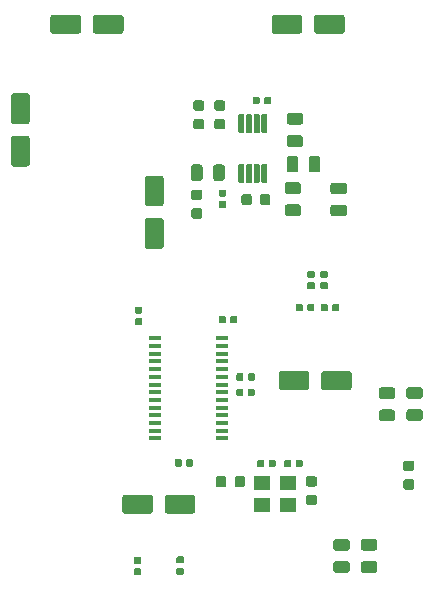
<source format=gbr>
G04 #@! TF.GenerationSoftware,KiCad,Pcbnew,(5.1.5)-3*
G04 #@! TF.CreationDate,2020-08-28T00:05:50-05:00*
G04 #@! TF.ProjectId,video-transceiver,76696465-6f2d-4747-9261-6e7363656976,rev?*
G04 #@! TF.SameCoordinates,Original*
G04 #@! TF.FileFunction,Paste,Top*
G04 #@! TF.FilePolarity,Positive*
%FSLAX46Y46*%
G04 Gerber Fmt 4.6, Leading zero omitted, Abs format (unit mm)*
G04 Created by KiCad (PCBNEW (5.1.5)-3) date 2020-08-28 00:05:50*
%MOMM*%
%LPD*%
G04 APERTURE LIST*
%ADD10C,0.100000*%
%ADD11R,1.100000X0.400000*%
%ADD12R,1.400000X1.200000*%
G04 APERTURE END LIST*
D10*
G36*
X146609252Y-73246102D02*
G01*
X146621386Y-73247902D01*
X146633286Y-73250882D01*
X146644835Y-73255015D01*
X146655925Y-73260260D01*
X146666446Y-73266566D01*
X146676299Y-73273874D01*
X146685388Y-73282112D01*
X146693626Y-73291201D01*
X146700934Y-73301054D01*
X146707240Y-73311575D01*
X146712485Y-73322665D01*
X146716618Y-73334214D01*
X146719598Y-73346114D01*
X146721398Y-73358248D01*
X146722000Y-73370500D01*
X146722000Y-74745500D01*
X146721398Y-74757752D01*
X146719598Y-74769886D01*
X146716618Y-74781786D01*
X146712485Y-74793335D01*
X146707240Y-74804425D01*
X146700934Y-74814946D01*
X146693626Y-74824799D01*
X146685388Y-74833888D01*
X146676299Y-74842126D01*
X146666446Y-74849434D01*
X146655925Y-74855740D01*
X146644835Y-74860985D01*
X146633286Y-74865118D01*
X146621386Y-74868098D01*
X146609252Y-74869898D01*
X146597000Y-74870500D01*
X146347000Y-74870500D01*
X146334748Y-74869898D01*
X146322614Y-74868098D01*
X146310714Y-74865118D01*
X146299165Y-74860985D01*
X146288075Y-74855740D01*
X146277554Y-74849434D01*
X146267701Y-74842126D01*
X146258612Y-74833888D01*
X146250374Y-74824799D01*
X146243066Y-74814946D01*
X146236760Y-74804425D01*
X146231515Y-74793335D01*
X146227382Y-74781786D01*
X146224402Y-74769886D01*
X146222602Y-74757752D01*
X146222000Y-74745500D01*
X146222000Y-73370500D01*
X146222602Y-73358248D01*
X146224402Y-73346114D01*
X146227382Y-73334214D01*
X146231515Y-73322665D01*
X146236760Y-73311575D01*
X146243066Y-73301054D01*
X146250374Y-73291201D01*
X146258612Y-73282112D01*
X146267701Y-73273874D01*
X146277554Y-73266566D01*
X146288075Y-73260260D01*
X146299165Y-73255015D01*
X146310714Y-73250882D01*
X146322614Y-73247902D01*
X146334748Y-73246102D01*
X146347000Y-73245500D01*
X146597000Y-73245500D01*
X146609252Y-73246102D01*
G37*
G36*
X147259252Y-73246102D02*
G01*
X147271386Y-73247902D01*
X147283286Y-73250882D01*
X147294835Y-73255015D01*
X147305925Y-73260260D01*
X147316446Y-73266566D01*
X147326299Y-73273874D01*
X147335388Y-73282112D01*
X147343626Y-73291201D01*
X147350934Y-73301054D01*
X147357240Y-73311575D01*
X147362485Y-73322665D01*
X147366618Y-73334214D01*
X147369598Y-73346114D01*
X147371398Y-73358248D01*
X147372000Y-73370500D01*
X147372000Y-74745500D01*
X147371398Y-74757752D01*
X147369598Y-74769886D01*
X147366618Y-74781786D01*
X147362485Y-74793335D01*
X147357240Y-74804425D01*
X147350934Y-74814946D01*
X147343626Y-74824799D01*
X147335388Y-74833888D01*
X147326299Y-74842126D01*
X147316446Y-74849434D01*
X147305925Y-74855740D01*
X147294835Y-74860985D01*
X147283286Y-74865118D01*
X147271386Y-74868098D01*
X147259252Y-74869898D01*
X147247000Y-74870500D01*
X146997000Y-74870500D01*
X146984748Y-74869898D01*
X146972614Y-74868098D01*
X146960714Y-74865118D01*
X146949165Y-74860985D01*
X146938075Y-74855740D01*
X146927554Y-74849434D01*
X146917701Y-74842126D01*
X146908612Y-74833888D01*
X146900374Y-74824799D01*
X146893066Y-74814946D01*
X146886760Y-74804425D01*
X146881515Y-74793335D01*
X146877382Y-74781786D01*
X146874402Y-74769886D01*
X146872602Y-74757752D01*
X146872000Y-74745500D01*
X146872000Y-73370500D01*
X146872602Y-73358248D01*
X146874402Y-73346114D01*
X146877382Y-73334214D01*
X146881515Y-73322665D01*
X146886760Y-73311575D01*
X146893066Y-73301054D01*
X146900374Y-73291201D01*
X146908612Y-73282112D01*
X146917701Y-73273874D01*
X146927554Y-73266566D01*
X146938075Y-73260260D01*
X146949165Y-73255015D01*
X146960714Y-73250882D01*
X146972614Y-73247902D01*
X146984748Y-73246102D01*
X146997000Y-73245500D01*
X147247000Y-73245500D01*
X147259252Y-73246102D01*
G37*
G36*
X147909252Y-73246102D02*
G01*
X147921386Y-73247902D01*
X147933286Y-73250882D01*
X147944835Y-73255015D01*
X147955925Y-73260260D01*
X147966446Y-73266566D01*
X147976299Y-73273874D01*
X147985388Y-73282112D01*
X147993626Y-73291201D01*
X148000934Y-73301054D01*
X148007240Y-73311575D01*
X148012485Y-73322665D01*
X148016618Y-73334214D01*
X148019598Y-73346114D01*
X148021398Y-73358248D01*
X148022000Y-73370500D01*
X148022000Y-74745500D01*
X148021398Y-74757752D01*
X148019598Y-74769886D01*
X148016618Y-74781786D01*
X148012485Y-74793335D01*
X148007240Y-74804425D01*
X148000934Y-74814946D01*
X147993626Y-74824799D01*
X147985388Y-74833888D01*
X147976299Y-74842126D01*
X147966446Y-74849434D01*
X147955925Y-74855740D01*
X147944835Y-74860985D01*
X147933286Y-74865118D01*
X147921386Y-74868098D01*
X147909252Y-74869898D01*
X147897000Y-74870500D01*
X147647000Y-74870500D01*
X147634748Y-74869898D01*
X147622614Y-74868098D01*
X147610714Y-74865118D01*
X147599165Y-74860985D01*
X147588075Y-74855740D01*
X147577554Y-74849434D01*
X147567701Y-74842126D01*
X147558612Y-74833888D01*
X147550374Y-74824799D01*
X147543066Y-74814946D01*
X147536760Y-74804425D01*
X147531515Y-74793335D01*
X147527382Y-74781786D01*
X147524402Y-74769886D01*
X147522602Y-74757752D01*
X147522000Y-74745500D01*
X147522000Y-73370500D01*
X147522602Y-73358248D01*
X147524402Y-73346114D01*
X147527382Y-73334214D01*
X147531515Y-73322665D01*
X147536760Y-73311575D01*
X147543066Y-73301054D01*
X147550374Y-73291201D01*
X147558612Y-73282112D01*
X147567701Y-73273874D01*
X147577554Y-73266566D01*
X147588075Y-73260260D01*
X147599165Y-73255015D01*
X147610714Y-73250882D01*
X147622614Y-73247902D01*
X147634748Y-73246102D01*
X147647000Y-73245500D01*
X147897000Y-73245500D01*
X147909252Y-73246102D01*
G37*
G36*
X148559252Y-73246102D02*
G01*
X148571386Y-73247902D01*
X148583286Y-73250882D01*
X148594835Y-73255015D01*
X148605925Y-73260260D01*
X148616446Y-73266566D01*
X148626299Y-73273874D01*
X148635388Y-73282112D01*
X148643626Y-73291201D01*
X148650934Y-73301054D01*
X148657240Y-73311575D01*
X148662485Y-73322665D01*
X148666618Y-73334214D01*
X148669598Y-73346114D01*
X148671398Y-73358248D01*
X148672000Y-73370500D01*
X148672000Y-74745500D01*
X148671398Y-74757752D01*
X148669598Y-74769886D01*
X148666618Y-74781786D01*
X148662485Y-74793335D01*
X148657240Y-74804425D01*
X148650934Y-74814946D01*
X148643626Y-74824799D01*
X148635388Y-74833888D01*
X148626299Y-74842126D01*
X148616446Y-74849434D01*
X148605925Y-74855740D01*
X148594835Y-74860985D01*
X148583286Y-74865118D01*
X148571386Y-74868098D01*
X148559252Y-74869898D01*
X148547000Y-74870500D01*
X148297000Y-74870500D01*
X148284748Y-74869898D01*
X148272614Y-74868098D01*
X148260714Y-74865118D01*
X148249165Y-74860985D01*
X148238075Y-74855740D01*
X148227554Y-74849434D01*
X148217701Y-74842126D01*
X148208612Y-74833888D01*
X148200374Y-74824799D01*
X148193066Y-74814946D01*
X148186760Y-74804425D01*
X148181515Y-74793335D01*
X148177382Y-74781786D01*
X148174402Y-74769886D01*
X148172602Y-74757752D01*
X148172000Y-74745500D01*
X148172000Y-73370500D01*
X148172602Y-73358248D01*
X148174402Y-73346114D01*
X148177382Y-73334214D01*
X148181515Y-73322665D01*
X148186760Y-73311575D01*
X148193066Y-73301054D01*
X148200374Y-73291201D01*
X148208612Y-73282112D01*
X148217701Y-73273874D01*
X148227554Y-73266566D01*
X148238075Y-73260260D01*
X148249165Y-73255015D01*
X148260714Y-73250882D01*
X148272614Y-73247902D01*
X148284748Y-73246102D01*
X148297000Y-73245500D01*
X148547000Y-73245500D01*
X148559252Y-73246102D01*
G37*
G36*
X148559252Y-69021102D02*
G01*
X148571386Y-69022902D01*
X148583286Y-69025882D01*
X148594835Y-69030015D01*
X148605925Y-69035260D01*
X148616446Y-69041566D01*
X148626299Y-69048874D01*
X148635388Y-69057112D01*
X148643626Y-69066201D01*
X148650934Y-69076054D01*
X148657240Y-69086575D01*
X148662485Y-69097665D01*
X148666618Y-69109214D01*
X148669598Y-69121114D01*
X148671398Y-69133248D01*
X148672000Y-69145500D01*
X148672000Y-70520500D01*
X148671398Y-70532752D01*
X148669598Y-70544886D01*
X148666618Y-70556786D01*
X148662485Y-70568335D01*
X148657240Y-70579425D01*
X148650934Y-70589946D01*
X148643626Y-70599799D01*
X148635388Y-70608888D01*
X148626299Y-70617126D01*
X148616446Y-70624434D01*
X148605925Y-70630740D01*
X148594835Y-70635985D01*
X148583286Y-70640118D01*
X148571386Y-70643098D01*
X148559252Y-70644898D01*
X148547000Y-70645500D01*
X148297000Y-70645500D01*
X148284748Y-70644898D01*
X148272614Y-70643098D01*
X148260714Y-70640118D01*
X148249165Y-70635985D01*
X148238075Y-70630740D01*
X148227554Y-70624434D01*
X148217701Y-70617126D01*
X148208612Y-70608888D01*
X148200374Y-70599799D01*
X148193066Y-70589946D01*
X148186760Y-70579425D01*
X148181515Y-70568335D01*
X148177382Y-70556786D01*
X148174402Y-70544886D01*
X148172602Y-70532752D01*
X148172000Y-70520500D01*
X148172000Y-69145500D01*
X148172602Y-69133248D01*
X148174402Y-69121114D01*
X148177382Y-69109214D01*
X148181515Y-69097665D01*
X148186760Y-69086575D01*
X148193066Y-69076054D01*
X148200374Y-69066201D01*
X148208612Y-69057112D01*
X148217701Y-69048874D01*
X148227554Y-69041566D01*
X148238075Y-69035260D01*
X148249165Y-69030015D01*
X148260714Y-69025882D01*
X148272614Y-69022902D01*
X148284748Y-69021102D01*
X148297000Y-69020500D01*
X148547000Y-69020500D01*
X148559252Y-69021102D01*
G37*
G36*
X147909252Y-69021102D02*
G01*
X147921386Y-69022902D01*
X147933286Y-69025882D01*
X147944835Y-69030015D01*
X147955925Y-69035260D01*
X147966446Y-69041566D01*
X147976299Y-69048874D01*
X147985388Y-69057112D01*
X147993626Y-69066201D01*
X148000934Y-69076054D01*
X148007240Y-69086575D01*
X148012485Y-69097665D01*
X148016618Y-69109214D01*
X148019598Y-69121114D01*
X148021398Y-69133248D01*
X148022000Y-69145500D01*
X148022000Y-70520500D01*
X148021398Y-70532752D01*
X148019598Y-70544886D01*
X148016618Y-70556786D01*
X148012485Y-70568335D01*
X148007240Y-70579425D01*
X148000934Y-70589946D01*
X147993626Y-70599799D01*
X147985388Y-70608888D01*
X147976299Y-70617126D01*
X147966446Y-70624434D01*
X147955925Y-70630740D01*
X147944835Y-70635985D01*
X147933286Y-70640118D01*
X147921386Y-70643098D01*
X147909252Y-70644898D01*
X147897000Y-70645500D01*
X147647000Y-70645500D01*
X147634748Y-70644898D01*
X147622614Y-70643098D01*
X147610714Y-70640118D01*
X147599165Y-70635985D01*
X147588075Y-70630740D01*
X147577554Y-70624434D01*
X147567701Y-70617126D01*
X147558612Y-70608888D01*
X147550374Y-70599799D01*
X147543066Y-70589946D01*
X147536760Y-70579425D01*
X147531515Y-70568335D01*
X147527382Y-70556786D01*
X147524402Y-70544886D01*
X147522602Y-70532752D01*
X147522000Y-70520500D01*
X147522000Y-69145500D01*
X147522602Y-69133248D01*
X147524402Y-69121114D01*
X147527382Y-69109214D01*
X147531515Y-69097665D01*
X147536760Y-69086575D01*
X147543066Y-69076054D01*
X147550374Y-69066201D01*
X147558612Y-69057112D01*
X147567701Y-69048874D01*
X147577554Y-69041566D01*
X147588075Y-69035260D01*
X147599165Y-69030015D01*
X147610714Y-69025882D01*
X147622614Y-69022902D01*
X147634748Y-69021102D01*
X147647000Y-69020500D01*
X147897000Y-69020500D01*
X147909252Y-69021102D01*
G37*
G36*
X147259252Y-69021102D02*
G01*
X147271386Y-69022902D01*
X147283286Y-69025882D01*
X147294835Y-69030015D01*
X147305925Y-69035260D01*
X147316446Y-69041566D01*
X147326299Y-69048874D01*
X147335388Y-69057112D01*
X147343626Y-69066201D01*
X147350934Y-69076054D01*
X147357240Y-69086575D01*
X147362485Y-69097665D01*
X147366618Y-69109214D01*
X147369598Y-69121114D01*
X147371398Y-69133248D01*
X147372000Y-69145500D01*
X147372000Y-70520500D01*
X147371398Y-70532752D01*
X147369598Y-70544886D01*
X147366618Y-70556786D01*
X147362485Y-70568335D01*
X147357240Y-70579425D01*
X147350934Y-70589946D01*
X147343626Y-70599799D01*
X147335388Y-70608888D01*
X147326299Y-70617126D01*
X147316446Y-70624434D01*
X147305925Y-70630740D01*
X147294835Y-70635985D01*
X147283286Y-70640118D01*
X147271386Y-70643098D01*
X147259252Y-70644898D01*
X147247000Y-70645500D01*
X146997000Y-70645500D01*
X146984748Y-70644898D01*
X146972614Y-70643098D01*
X146960714Y-70640118D01*
X146949165Y-70635985D01*
X146938075Y-70630740D01*
X146927554Y-70624434D01*
X146917701Y-70617126D01*
X146908612Y-70608888D01*
X146900374Y-70599799D01*
X146893066Y-70589946D01*
X146886760Y-70579425D01*
X146881515Y-70568335D01*
X146877382Y-70556786D01*
X146874402Y-70544886D01*
X146872602Y-70532752D01*
X146872000Y-70520500D01*
X146872000Y-69145500D01*
X146872602Y-69133248D01*
X146874402Y-69121114D01*
X146877382Y-69109214D01*
X146881515Y-69097665D01*
X146886760Y-69086575D01*
X146893066Y-69076054D01*
X146900374Y-69066201D01*
X146908612Y-69057112D01*
X146917701Y-69048874D01*
X146927554Y-69041566D01*
X146938075Y-69035260D01*
X146949165Y-69030015D01*
X146960714Y-69025882D01*
X146972614Y-69022902D01*
X146984748Y-69021102D01*
X146997000Y-69020500D01*
X147247000Y-69020500D01*
X147259252Y-69021102D01*
G37*
G36*
X146609252Y-69021102D02*
G01*
X146621386Y-69022902D01*
X146633286Y-69025882D01*
X146644835Y-69030015D01*
X146655925Y-69035260D01*
X146666446Y-69041566D01*
X146676299Y-69048874D01*
X146685388Y-69057112D01*
X146693626Y-69066201D01*
X146700934Y-69076054D01*
X146707240Y-69086575D01*
X146712485Y-69097665D01*
X146716618Y-69109214D01*
X146719598Y-69121114D01*
X146721398Y-69133248D01*
X146722000Y-69145500D01*
X146722000Y-70520500D01*
X146721398Y-70532752D01*
X146719598Y-70544886D01*
X146716618Y-70556786D01*
X146712485Y-70568335D01*
X146707240Y-70579425D01*
X146700934Y-70589946D01*
X146693626Y-70599799D01*
X146685388Y-70608888D01*
X146676299Y-70617126D01*
X146666446Y-70624434D01*
X146655925Y-70630740D01*
X146644835Y-70635985D01*
X146633286Y-70640118D01*
X146621386Y-70643098D01*
X146609252Y-70644898D01*
X146597000Y-70645500D01*
X146347000Y-70645500D01*
X146334748Y-70644898D01*
X146322614Y-70643098D01*
X146310714Y-70640118D01*
X146299165Y-70635985D01*
X146288075Y-70630740D01*
X146277554Y-70624434D01*
X146267701Y-70617126D01*
X146258612Y-70608888D01*
X146250374Y-70599799D01*
X146243066Y-70589946D01*
X146236760Y-70579425D01*
X146231515Y-70568335D01*
X146227382Y-70556786D01*
X146224402Y-70544886D01*
X146222602Y-70532752D01*
X146222000Y-70520500D01*
X146222000Y-69145500D01*
X146222602Y-69133248D01*
X146224402Y-69121114D01*
X146227382Y-69109214D01*
X146231515Y-69097665D01*
X146236760Y-69086575D01*
X146243066Y-69076054D01*
X146250374Y-69066201D01*
X146258612Y-69057112D01*
X146267701Y-69048874D01*
X146277554Y-69041566D01*
X146288075Y-69035260D01*
X146299165Y-69030015D01*
X146310714Y-69025882D01*
X146322614Y-69022902D01*
X146334748Y-69021102D01*
X146347000Y-69020500D01*
X146597000Y-69020500D01*
X146609252Y-69021102D01*
G37*
G36*
X132671504Y-60614704D02*
G01*
X132695773Y-60618304D01*
X132719571Y-60624265D01*
X132742671Y-60632530D01*
X132764849Y-60643020D01*
X132785893Y-60655633D01*
X132805598Y-60670247D01*
X132823777Y-60686723D01*
X132840253Y-60704902D01*
X132854867Y-60724607D01*
X132867480Y-60745651D01*
X132877970Y-60767829D01*
X132886235Y-60790929D01*
X132892196Y-60814727D01*
X132895796Y-60838996D01*
X132897000Y-60863500D01*
X132897000Y-61963500D01*
X132895796Y-61988004D01*
X132892196Y-62012273D01*
X132886235Y-62036071D01*
X132877970Y-62059171D01*
X132867480Y-62081349D01*
X132854867Y-62102393D01*
X132840253Y-62122098D01*
X132823777Y-62140277D01*
X132805598Y-62156753D01*
X132785893Y-62171367D01*
X132764849Y-62183980D01*
X132742671Y-62194470D01*
X132719571Y-62202735D01*
X132695773Y-62208696D01*
X132671504Y-62212296D01*
X132647000Y-62213500D01*
X130547000Y-62213500D01*
X130522496Y-62212296D01*
X130498227Y-62208696D01*
X130474429Y-62202735D01*
X130451329Y-62194470D01*
X130429151Y-62183980D01*
X130408107Y-62171367D01*
X130388402Y-62156753D01*
X130370223Y-62140277D01*
X130353747Y-62122098D01*
X130339133Y-62102393D01*
X130326520Y-62081349D01*
X130316030Y-62059171D01*
X130307765Y-62036071D01*
X130301804Y-62012273D01*
X130298204Y-61988004D01*
X130297000Y-61963500D01*
X130297000Y-60863500D01*
X130298204Y-60838996D01*
X130301804Y-60814727D01*
X130307765Y-60790929D01*
X130316030Y-60767829D01*
X130326520Y-60745651D01*
X130339133Y-60724607D01*
X130353747Y-60704902D01*
X130370223Y-60686723D01*
X130388402Y-60670247D01*
X130408107Y-60655633D01*
X130429151Y-60643020D01*
X130451329Y-60632530D01*
X130474429Y-60624265D01*
X130498227Y-60618304D01*
X130522496Y-60614704D01*
X130547000Y-60613500D01*
X132647000Y-60613500D01*
X132671504Y-60614704D01*
G37*
G36*
X136271504Y-60614704D02*
G01*
X136295773Y-60618304D01*
X136319571Y-60624265D01*
X136342671Y-60632530D01*
X136364849Y-60643020D01*
X136385893Y-60655633D01*
X136405598Y-60670247D01*
X136423777Y-60686723D01*
X136440253Y-60704902D01*
X136454867Y-60724607D01*
X136467480Y-60745651D01*
X136477970Y-60767829D01*
X136486235Y-60790929D01*
X136492196Y-60814727D01*
X136495796Y-60838996D01*
X136497000Y-60863500D01*
X136497000Y-61963500D01*
X136495796Y-61988004D01*
X136492196Y-62012273D01*
X136486235Y-62036071D01*
X136477970Y-62059171D01*
X136467480Y-62081349D01*
X136454867Y-62102393D01*
X136440253Y-62122098D01*
X136423777Y-62140277D01*
X136405598Y-62156753D01*
X136385893Y-62171367D01*
X136364849Y-62183980D01*
X136342671Y-62194470D01*
X136319571Y-62202735D01*
X136295773Y-62208696D01*
X136271504Y-62212296D01*
X136247000Y-62213500D01*
X134147000Y-62213500D01*
X134122496Y-62212296D01*
X134098227Y-62208696D01*
X134074429Y-62202735D01*
X134051329Y-62194470D01*
X134029151Y-62183980D01*
X134008107Y-62171367D01*
X133988402Y-62156753D01*
X133970223Y-62140277D01*
X133953747Y-62122098D01*
X133939133Y-62102393D01*
X133926520Y-62081349D01*
X133916030Y-62059171D01*
X133907765Y-62036071D01*
X133901804Y-62012273D01*
X133898204Y-61988004D01*
X133897000Y-61963500D01*
X133897000Y-60863500D01*
X133898204Y-60838996D01*
X133901804Y-60814727D01*
X133907765Y-60790929D01*
X133916030Y-60767829D01*
X133926520Y-60745651D01*
X133939133Y-60724607D01*
X133953747Y-60704902D01*
X133970223Y-60686723D01*
X133988402Y-60670247D01*
X134008107Y-60655633D01*
X134029151Y-60643020D01*
X134051329Y-60632530D01*
X134074429Y-60624265D01*
X134098227Y-60618304D01*
X134122496Y-60614704D01*
X134147000Y-60613500D01*
X136247000Y-60613500D01*
X136271504Y-60614704D01*
G37*
G36*
X160925071Y-99939373D02*
G01*
X160946306Y-99942523D01*
X160967130Y-99947739D01*
X160987342Y-99954971D01*
X161006748Y-99964150D01*
X161025161Y-99975186D01*
X161042404Y-99987974D01*
X161058310Y-100002390D01*
X161072726Y-100018296D01*
X161085514Y-100035539D01*
X161096550Y-100053952D01*
X161105729Y-100073358D01*
X161112961Y-100093570D01*
X161118177Y-100114394D01*
X161121327Y-100135629D01*
X161122380Y-100157070D01*
X161122380Y-100594570D01*
X161121327Y-100616011D01*
X161118177Y-100637246D01*
X161112961Y-100658070D01*
X161105729Y-100678282D01*
X161096550Y-100697688D01*
X161085514Y-100716101D01*
X161072726Y-100733344D01*
X161058310Y-100749250D01*
X161042404Y-100763666D01*
X161025161Y-100776454D01*
X161006748Y-100787490D01*
X160987342Y-100796669D01*
X160967130Y-100803901D01*
X160946306Y-100809117D01*
X160925071Y-100812267D01*
X160903630Y-100813320D01*
X160391130Y-100813320D01*
X160369689Y-100812267D01*
X160348454Y-100809117D01*
X160327630Y-100803901D01*
X160307418Y-100796669D01*
X160288012Y-100787490D01*
X160269599Y-100776454D01*
X160252356Y-100763666D01*
X160236450Y-100749250D01*
X160222034Y-100733344D01*
X160209246Y-100716101D01*
X160198210Y-100697688D01*
X160189031Y-100678282D01*
X160181799Y-100658070D01*
X160176583Y-100637246D01*
X160173433Y-100616011D01*
X160172380Y-100594570D01*
X160172380Y-100157070D01*
X160173433Y-100135629D01*
X160176583Y-100114394D01*
X160181799Y-100093570D01*
X160189031Y-100073358D01*
X160198210Y-100053952D01*
X160209246Y-100035539D01*
X160222034Y-100018296D01*
X160236450Y-100002390D01*
X160252356Y-99987974D01*
X160269599Y-99975186D01*
X160288012Y-99964150D01*
X160307418Y-99954971D01*
X160327630Y-99947739D01*
X160348454Y-99942523D01*
X160369689Y-99939373D01*
X160391130Y-99938320D01*
X160903630Y-99938320D01*
X160925071Y-99939373D01*
G37*
G36*
X160925071Y-98364373D02*
G01*
X160946306Y-98367523D01*
X160967130Y-98372739D01*
X160987342Y-98379971D01*
X161006748Y-98389150D01*
X161025161Y-98400186D01*
X161042404Y-98412974D01*
X161058310Y-98427390D01*
X161072726Y-98443296D01*
X161085514Y-98460539D01*
X161096550Y-98478952D01*
X161105729Y-98498358D01*
X161112961Y-98518570D01*
X161118177Y-98539394D01*
X161121327Y-98560629D01*
X161122380Y-98582070D01*
X161122380Y-99019570D01*
X161121327Y-99041011D01*
X161118177Y-99062246D01*
X161112961Y-99083070D01*
X161105729Y-99103282D01*
X161096550Y-99122688D01*
X161085514Y-99141101D01*
X161072726Y-99158344D01*
X161058310Y-99174250D01*
X161042404Y-99188666D01*
X161025161Y-99201454D01*
X161006748Y-99212490D01*
X160987342Y-99221669D01*
X160967130Y-99228901D01*
X160946306Y-99234117D01*
X160925071Y-99237267D01*
X160903630Y-99238320D01*
X160391130Y-99238320D01*
X160369689Y-99237267D01*
X160348454Y-99234117D01*
X160327630Y-99228901D01*
X160307418Y-99221669D01*
X160288012Y-99212490D01*
X160269599Y-99201454D01*
X160252356Y-99188666D01*
X160236450Y-99174250D01*
X160222034Y-99158344D01*
X160209246Y-99141101D01*
X160198210Y-99122688D01*
X160189031Y-99103282D01*
X160181799Y-99083070D01*
X160176583Y-99062246D01*
X160173433Y-99041011D01*
X160172380Y-99019570D01*
X160172380Y-98582070D01*
X160173433Y-98560629D01*
X160176583Y-98539394D01*
X160181799Y-98518570D01*
X160189031Y-98498358D01*
X160198210Y-98478952D01*
X160209246Y-98460539D01*
X160222034Y-98443296D01*
X160236450Y-98427390D01*
X160252356Y-98412974D01*
X160269599Y-98400186D01*
X160288012Y-98389150D01*
X160307418Y-98379971D01*
X160327630Y-98372739D01*
X160348454Y-98367523D01*
X160369689Y-98364373D01*
X160391130Y-98363320D01*
X160903630Y-98363320D01*
X160925071Y-98364373D01*
G37*
G36*
X155423222Y-105000454D02*
G01*
X155446883Y-105003964D01*
X155470087Y-105009776D01*
X155492609Y-105017834D01*
X155514233Y-105028062D01*
X155534750Y-105040359D01*
X155553963Y-105054609D01*
X155571687Y-105070673D01*
X155587751Y-105088397D01*
X155602001Y-105107610D01*
X155614298Y-105128127D01*
X155624526Y-105149751D01*
X155632584Y-105172273D01*
X155638396Y-105195477D01*
X155641906Y-105219138D01*
X155643080Y-105243030D01*
X155643080Y-105730530D01*
X155641906Y-105754422D01*
X155638396Y-105778083D01*
X155632584Y-105801287D01*
X155624526Y-105823809D01*
X155614298Y-105845433D01*
X155602001Y-105865950D01*
X155587751Y-105885163D01*
X155571687Y-105902887D01*
X155553963Y-105918951D01*
X155534750Y-105933201D01*
X155514233Y-105945498D01*
X155492609Y-105955726D01*
X155470087Y-105963784D01*
X155446883Y-105969596D01*
X155423222Y-105973106D01*
X155399330Y-105974280D01*
X154486830Y-105974280D01*
X154462938Y-105973106D01*
X154439277Y-105969596D01*
X154416073Y-105963784D01*
X154393551Y-105955726D01*
X154371927Y-105945498D01*
X154351410Y-105933201D01*
X154332197Y-105918951D01*
X154314473Y-105902887D01*
X154298409Y-105885163D01*
X154284159Y-105865950D01*
X154271862Y-105845433D01*
X154261634Y-105823809D01*
X154253576Y-105801287D01*
X154247764Y-105778083D01*
X154244254Y-105754422D01*
X154243080Y-105730530D01*
X154243080Y-105243030D01*
X154244254Y-105219138D01*
X154247764Y-105195477D01*
X154253576Y-105172273D01*
X154261634Y-105149751D01*
X154271862Y-105128127D01*
X154284159Y-105107610D01*
X154298409Y-105088397D01*
X154314473Y-105070673D01*
X154332197Y-105054609D01*
X154351410Y-105040359D01*
X154371927Y-105028062D01*
X154393551Y-105017834D01*
X154416073Y-105009776D01*
X154439277Y-105003964D01*
X154462938Y-105000454D01*
X154486830Y-104999280D01*
X155399330Y-104999280D01*
X155423222Y-105000454D01*
G37*
G36*
X155423222Y-106875454D02*
G01*
X155446883Y-106878964D01*
X155470087Y-106884776D01*
X155492609Y-106892834D01*
X155514233Y-106903062D01*
X155534750Y-106915359D01*
X155553963Y-106929609D01*
X155571687Y-106945673D01*
X155587751Y-106963397D01*
X155602001Y-106982610D01*
X155614298Y-107003127D01*
X155624526Y-107024751D01*
X155632584Y-107047273D01*
X155638396Y-107070477D01*
X155641906Y-107094138D01*
X155643080Y-107118030D01*
X155643080Y-107605530D01*
X155641906Y-107629422D01*
X155638396Y-107653083D01*
X155632584Y-107676287D01*
X155624526Y-107698809D01*
X155614298Y-107720433D01*
X155602001Y-107740950D01*
X155587751Y-107760163D01*
X155571687Y-107777887D01*
X155553963Y-107793951D01*
X155534750Y-107808201D01*
X155514233Y-107820498D01*
X155492609Y-107830726D01*
X155470087Y-107838784D01*
X155446883Y-107844596D01*
X155423222Y-107848106D01*
X155399330Y-107849280D01*
X154486830Y-107849280D01*
X154462938Y-107848106D01*
X154439277Y-107844596D01*
X154416073Y-107838784D01*
X154393551Y-107830726D01*
X154371927Y-107820498D01*
X154351410Y-107808201D01*
X154332197Y-107793951D01*
X154314473Y-107777887D01*
X154298409Y-107760163D01*
X154284159Y-107740950D01*
X154271862Y-107720433D01*
X154261634Y-107698809D01*
X154253576Y-107676287D01*
X154247764Y-107653083D01*
X154244254Y-107629422D01*
X154243080Y-107605530D01*
X154243080Y-107118030D01*
X154244254Y-107094138D01*
X154247764Y-107070477D01*
X154253576Y-107047273D01*
X154261634Y-107024751D01*
X154271862Y-107003127D01*
X154284159Y-106982610D01*
X154298409Y-106963397D01*
X154314473Y-106945673D01*
X154332197Y-106929609D01*
X154351410Y-106915359D01*
X154371927Y-106903062D01*
X154393551Y-106892834D01*
X154416073Y-106884776D01*
X154439277Y-106878964D01*
X154462938Y-106875454D01*
X154486830Y-106874280D01*
X155399330Y-106874280D01*
X155423222Y-106875454D01*
G37*
G36*
X155191542Y-76689274D02*
G01*
X155215203Y-76692784D01*
X155238407Y-76698596D01*
X155260929Y-76706654D01*
X155282553Y-76716882D01*
X155303070Y-76729179D01*
X155322283Y-76743429D01*
X155340007Y-76759493D01*
X155356071Y-76777217D01*
X155370321Y-76796430D01*
X155382618Y-76816947D01*
X155392846Y-76838571D01*
X155400904Y-76861093D01*
X155406716Y-76884297D01*
X155410226Y-76907958D01*
X155411400Y-76931850D01*
X155411400Y-77419350D01*
X155410226Y-77443242D01*
X155406716Y-77466903D01*
X155400904Y-77490107D01*
X155392846Y-77512629D01*
X155382618Y-77534253D01*
X155370321Y-77554770D01*
X155356071Y-77573983D01*
X155340007Y-77591707D01*
X155322283Y-77607771D01*
X155303070Y-77622021D01*
X155282553Y-77634318D01*
X155260929Y-77644546D01*
X155238407Y-77652604D01*
X155215203Y-77658416D01*
X155191542Y-77661926D01*
X155167650Y-77663100D01*
X154255150Y-77663100D01*
X154231258Y-77661926D01*
X154207597Y-77658416D01*
X154184393Y-77652604D01*
X154161871Y-77644546D01*
X154140247Y-77634318D01*
X154119730Y-77622021D01*
X154100517Y-77607771D01*
X154082793Y-77591707D01*
X154066729Y-77573983D01*
X154052479Y-77554770D01*
X154040182Y-77534253D01*
X154029954Y-77512629D01*
X154021896Y-77490107D01*
X154016084Y-77466903D01*
X154012574Y-77443242D01*
X154011400Y-77419350D01*
X154011400Y-76931850D01*
X154012574Y-76907958D01*
X154016084Y-76884297D01*
X154021896Y-76861093D01*
X154029954Y-76838571D01*
X154040182Y-76816947D01*
X154052479Y-76796430D01*
X154066729Y-76777217D01*
X154082793Y-76759493D01*
X154100517Y-76743429D01*
X154119730Y-76729179D01*
X154140247Y-76716882D01*
X154161871Y-76706654D01*
X154184393Y-76698596D01*
X154207597Y-76692784D01*
X154231258Y-76689274D01*
X154255150Y-76688100D01*
X155167650Y-76688100D01*
X155191542Y-76689274D01*
G37*
G36*
X155191542Y-74814274D02*
G01*
X155215203Y-74817784D01*
X155238407Y-74823596D01*
X155260929Y-74831654D01*
X155282553Y-74841882D01*
X155303070Y-74854179D01*
X155322283Y-74868429D01*
X155340007Y-74884493D01*
X155356071Y-74902217D01*
X155370321Y-74921430D01*
X155382618Y-74941947D01*
X155392846Y-74963571D01*
X155400904Y-74986093D01*
X155406716Y-75009297D01*
X155410226Y-75032958D01*
X155411400Y-75056850D01*
X155411400Y-75544350D01*
X155410226Y-75568242D01*
X155406716Y-75591903D01*
X155400904Y-75615107D01*
X155392846Y-75637629D01*
X155382618Y-75659253D01*
X155370321Y-75679770D01*
X155356071Y-75698983D01*
X155340007Y-75716707D01*
X155322283Y-75732771D01*
X155303070Y-75747021D01*
X155282553Y-75759318D01*
X155260929Y-75769546D01*
X155238407Y-75777604D01*
X155215203Y-75783416D01*
X155191542Y-75786926D01*
X155167650Y-75788100D01*
X154255150Y-75788100D01*
X154231258Y-75786926D01*
X154207597Y-75783416D01*
X154184393Y-75777604D01*
X154161871Y-75769546D01*
X154140247Y-75759318D01*
X154119730Y-75747021D01*
X154100517Y-75732771D01*
X154082793Y-75716707D01*
X154066729Y-75698983D01*
X154052479Y-75679770D01*
X154040182Y-75659253D01*
X154029954Y-75637629D01*
X154021896Y-75615107D01*
X154016084Y-75591903D01*
X154012574Y-75568242D01*
X154011400Y-75544350D01*
X154011400Y-75056850D01*
X154012574Y-75032958D01*
X154016084Y-75009297D01*
X154021896Y-74986093D01*
X154029954Y-74963571D01*
X154040182Y-74941947D01*
X154052479Y-74921430D01*
X154066729Y-74902217D01*
X154082793Y-74884493D01*
X154100517Y-74868429D01*
X154119730Y-74854179D01*
X154140247Y-74841882D01*
X154161871Y-74831654D01*
X154184393Y-74823596D01*
X154207597Y-74817784D01*
X154231258Y-74814274D01*
X154255150Y-74813100D01*
X155167650Y-74813100D01*
X155191542Y-74814274D01*
G37*
G36*
X161625362Y-94006994D02*
G01*
X161649023Y-94010504D01*
X161672227Y-94016316D01*
X161694749Y-94024374D01*
X161716373Y-94034602D01*
X161736890Y-94046899D01*
X161756103Y-94061149D01*
X161773827Y-94077213D01*
X161789891Y-94094937D01*
X161804141Y-94114150D01*
X161816438Y-94134667D01*
X161826666Y-94156291D01*
X161834724Y-94178813D01*
X161840536Y-94202017D01*
X161844046Y-94225678D01*
X161845220Y-94249570D01*
X161845220Y-94737070D01*
X161844046Y-94760962D01*
X161840536Y-94784623D01*
X161834724Y-94807827D01*
X161826666Y-94830349D01*
X161816438Y-94851973D01*
X161804141Y-94872490D01*
X161789891Y-94891703D01*
X161773827Y-94909427D01*
X161756103Y-94925491D01*
X161736890Y-94939741D01*
X161716373Y-94952038D01*
X161694749Y-94962266D01*
X161672227Y-94970324D01*
X161649023Y-94976136D01*
X161625362Y-94979646D01*
X161601470Y-94980820D01*
X160688970Y-94980820D01*
X160665078Y-94979646D01*
X160641417Y-94976136D01*
X160618213Y-94970324D01*
X160595691Y-94962266D01*
X160574067Y-94952038D01*
X160553550Y-94939741D01*
X160534337Y-94925491D01*
X160516613Y-94909427D01*
X160500549Y-94891703D01*
X160486299Y-94872490D01*
X160474002Y-94851973D01*
X160463774Y-94830349D01*
X160455716Y-94807827D01*
X160449904Y-94784623D01*
X160446394Y-94760962D01*
X160445220Y-94737070D01*
X160445220Y-94249570D01*
X160446394Y-94225678D01*
X160449904Y-94202017D01*
X160455716Y-94178813D01*
X160463774Y-94156291D01*
X160474002Y-94134667D01*
X160486299Y-94114150D01*
X160500549Y-94094937D01*
X160516613Y-94077213D01*
X160534337Y-94061149D01*
X160553550Y-94046899D01*
X160574067Y-94034602D01*
X160595691Y-94024374D01*
X160618213Y-94016316D01*
X160641417Y-94010504D01*
X160665078Y-94006994D01*
X160688970Y-94005820D01*
X161601470Y-94005820D01*
X161625362Y-94006994D01*
G37*
G36*
X161625362Y-92131994D02*
G01*
X161649023Y-92135504D01*
X161672227Y-92141316D01*
X161694749Y-92149374D01*
X161716373Y-92159602D01*
X161736890Y-92171899D01*
X161756103Y-92186149D01*
X161773827Y-92202213D01*
X161789891Y-92219937D01*
X161804141Y-92239150D01*
X161816438Y-92259667D01*
X161826666Y-92281291D01*
X161834724Y-92303813D01*
X161840536Y-92327017D01*
X161844046Y-92350678D01*
X161845220Y-92374570D01*
X161845220Y-92862070D01*
X161844046Y-92885962D01*
X161840536Y-92909623D01*
X161834724Y-92932827D01*
X161826666Y-92955349D01*
X161816438Y-92976973D01*
X161804141Y-92997490D01*
X161789891Y-93016703D01*
X161773827Y-93034427D01*
X161756103Y-93050491D01*
X161736890Y-93064741D01*
X161716373Y-93077038D01*
X161694749Y-93087266D01*
X161672227Y-93095324D01*
X161649023Y-93101136D01*
X161625362Y-93104646D01*
X161601470Y-93105820D01*
X160688970Y-93105820D01*
X160665078Y-93104646D01*
X160641417Y-93101136D01*
X160618213Y-93095324D01*
X160595691Y-93087266D01*
X160574067Y-93077038D01*
X160553550Y-93064741D01*
X160534337Y-93050491D01*
X160516613Y-93034427D01*
X160500549Y-93016703D01*
X160486299Y-92997490D01*
X160474002Y-92976973D01*
X160463774Y-92955349D01*
X160455716Y-92932827D01*
X160449904Y-92909623D01*
X160446394Y-92885962D01*
X160445220Y-92862070D01*
X160445220Y-92374570D01*
X160446394Y-92350678D01*
X160449904Y-92327017D01*
X160455716Y-92303813D01*
X160463774Y-92281291D01*
X160474002Y-92259667D01*
X160486299Y-92239150D01*
X160500549Y-92219937D01*
X160516613Y-92202213D01*
X160534337Y-92186149D01*
X160553550Y-92171899D01*
X160574067Y-92159602D01*
X160595691Y-92149374D01*
X160618213Y-92141316D01*
X160641417Y-92135504D01*
X160665078Y-92131994D01*
X160688970Y-92130820D01*
X161601470Y-92130820D01*
X161625362Y-92131994D01*
G37*
G36*
X151305342Y-74788874D02*
G01*
X151329003Y-74792384D01*
X151352207Y-74798196D01*
X151374729Y-74806254D01*
X151396353Y-74816482D01*
X151416870Y-74828779D01*
X151436083Y-74843029D01*
X151453807Y-74859093D01*
X151469871Y-74876817D01*
X151484121Y-74896030D01*
X151496418Y-74916547D01*
X151506646Y-74938171D01*
X151514704Y-74960693D01*
X151520516Y-74983897D01*
X151524026Y-75007558D01*
X151525200Y-75031450D01*
X151525200Y-75518950D01*
X151524026Y-75542842D01*
X151520516Y-75566503D01*
X151514704Y-75589707D01*
X151506646Y-75612229D01*
X151496418Y-75633853D01*
X151484121Y-75654370D01*
X151469871Y-75673583D01*
X151453807Y-75691307D01*
X151436083Y-75707371D01*
X151416870Y-75721621D01*
X151396353Y-75733918D01*
X151374729Y-75744146D01*
X151352207Y-75752204D01*
X151329003Y-75758016D01*
X151305342Y-75761526D01*
X151281450Y-75762700D01*
X150368950Y-75762700D01*
X150345058Y-75761526D01*
X150321397Y-75758016D01*
X150298193Y-75752204D01*
X150275671Y-75744146D01*
X150254047Y-75733918D01*
X150233530Y-75721621D01*
X150214317Y-75707371D01*
X150196593Y-75691307D01*
X150180529Y-75673583D01*
X150166279Y-75654370D01*
X150153982Y-75633853D01*
X150143754Y-75612229D01*
X150135696Y-75589707D01*
X150129884Y-75566503D01*
X150126374Y-75542842D01*
X150125200Y-75518950D01*
X150125200Y-75031450D01*
X150126374Y-75007558D01*
X150129884Y-74983897D01*
X150135696Y-74960693D01*
X150143754Y-74938171D01*
X150153982Y-74916547D01*
X150166279Y-74896030D01*
X150180529Y-74876817D01*
X150196593Y-74859093D01*
X150214317Y-74843029D01*
X150233530Y-74828779D01*
X150254047Y-74816482D01*
X150275671Y-74806254D01*
X150298193Y-74798196D01*
X150321397Y-74792384D01*
X150345058Y-74788874D01*
X150368950Y-74787700D01*
X151281450Y-74787700D01*
X151305342Y-74788874D01*
G37*
G36*
X151305342Y-76663874D02*
G01*
X151329003Y-76667384D01*
X151352207Y-76673196D01*
X151374729Y-76681254D01*
X151396353Y-76691482D01*
X151416870Y-76703779D01*
X151436083Y-76718029D01*
X151453807Y-76734093D01*
X151469871Y-76751817D01*
X151484121Y-76771030D01*
X151496418Y-76791547D01*
X151506646Y-76813171D01*
X151514704Y-76835693D01*
X151520516Y-76858897D01*
X151524026Y-76882558D01*
X151525200Y-76906450D01*
X151525200Y-77393950D01*
X151524026Y-77417842D01*
X151520516Y-77441503D01*
X151514704Y-77464707D01*
X151506646Y-77487229D01*
X151496418Y-77508853D01*
X151484121Y-77529370D01*
X151469871Y-77548583D01*
X151453807Y-77566307D01*
X151436083Y-77582371D01*
X151416870Y-77596621D01*
X151396353Y-77608918D01*
X151374729Y-77619146D01*
X151352207Y-77627204D01*
X151329003Y-77633016D01*
X151305342Y-77636526D01*
X151281450Y-77637700D01*
X150368950Y-77637700D01*
X150345058Y-77636526D01*
X150321397Y-77633016D01*
X150298193Y-77627204D01*
X150275671Y-77619146D01*
X150254047Y-77608918D01*
X150233530Y-77596621D01*
X150214317Y-77582371D01*
X150196593Y-77566307D01*
X150180529Y-77548583D01*
X150166279Y-77529370D01*
X150153982Y-77508853D01*
X150143754Y-77487229D01*
X150135696Y-77464707D01*
X150129884Y-77441503D01*
X150126374Y-77417842D01*
X150125200Y-77393950D01*
X150125200Y-76906450D01*
X150126374Y-76882558D01*
X150129884Y-76858897D01*
X150135696Y-76835693D01*
X150143754Y-76813171D01*
X150153982Y-76791547D01*
X150166279Y-76771030D01*
X150180529Y-76751817D01*
X150196593Y-76734093D01*
X150214317Y-76718029D01*
X150233530Y-76703779D01*
X150254047Y-76691482D01*
X150275671Y-76681254D01*
X150298193Y-76673196D01*
X150321397Y-76667384D01*
X150345058Y-76663874D01*
X150368950Y-76662700D01*
X151281450Y-76662700D01*
X151305342Y-76663874D01*
G37*
G36*
X159278402Y-94029614D02*
G01*
X159302063Y-94033124D01*
X159325267Y-94038936D01*
X159347789Y-94046994D01*
X159369413Y-94057222D01*
X159389930Y-94069519D01*
X159409143Y-94083769D01*
X159426867Y-94099833D01*
X159442931Y-94117557D01*
X159457181Y-94136770D01*
X159469478Y-94157287D01*
X159479706Y-94178911D01*
X159487764Y-94201433D01*
X159493576Y-94224637D01*
X159497086Y-94248298D01*
X159498260Y-94272190D01*
X159498260Y-94759690D01*
X159497086Y-94783582D01*
X159493576Y-94807243D01*
X159487764Y-94830447D01*
X159479706Y-94852969D01*
X159469478Y-94874593D01*
X159457181Y-94895110D01*
X159442931Y-94914323D01*
X159426867Y-94932047D01*
X159409143Y-94948111D01*
X159389930Y-94962361D01*
X159369413Y-94974658D01*
X159347789Y-94984886D01*
X159325267Y-94992944D01*
X159302063Y-94998756D01*
X159278402Y-95002266D01*
X159254510Y-95003440D01*
X158342010Y-95003440D01*
X158318118Y-95002266D01*
X158294457Y-94998756D01*
X158271253Y-94992944D01*
X158248731Y-94984886D01*
X158227107Y-94974658D01*
X158206590Y-94962361D01*
X158187377Y-94948111D01*
X158169653Y-94932047D01*
X158153589Y-94914323D01*
X158139339Y-94895110D01*
X158127042Y-94874593D01*
X158116814Y-94852969D01*
X158108756Y-94830447D01*
X158102944Y-94807243D01*
X158099434Y-94783582D01*
X158098260Y-94759690D01*
X158098260Y-94272190D01*
X158099434Y-94248298D01*
X158102944Y-94224637D01*
X158108756Y-94201433D01*
X158116814Y-94178911D01*
X158127042Y-94157287D01*
X158139339Y-94136770D01*
X158153589Y-94117557D01*
X158169653Y-94099833D01*
X158187377Y-94083769D01*
X158206590Y-94069519D01*
X158227107Y-94057222D01*
X158248731Y-94046994D01*
X158271253Y-94038936D01*
X158294457Y-94033124D01*
X158318118Y-94029614D01*
X158342010Y-94028440D01*
X159254510Y-94028440D01*
X159278402Y-94029614D01*
G37*
G36*
X159278402Y-92154614D02*
G01*
X159302063Y-92158124D01*
X159325267Y-92163936D01*
X159347789Y-92171994D01*
X159369413Y-92182222D01*
X159389930Y-92194519D01*
X159409143Y-92208769D01*
X159426867Y-92224833D01*
X159442931Y-92242557D01*
X159457181Y-92261770D01*
X159469478Y-92282287D01*
X159479706Y-92303911D01*
X159487764Y-92326433D01*
X159493576Y-92349637D01*
X159497086Y-92373298D01*
X159498260Y-92397190D01*
X159498260Y-92884690D01*
X159497086Y-92908582D01*
X159493576Y-92932243D01*
X159487764Y-92955447D01*
X159479706Y-92977969D01*
X159469478Y-92999593D01*
X159457181Y-93020110D01*
X159442931Y-93039323D01*
X159426867Y-93057047D01*
X159409143Y-93073111D01*
X159389930Y-93087361D01*
X159369413Y-93099658D01*
X159347789Y-93109886D01*
X159325267Y-93117944D01*
X159302063Y-93123756D01*
X159278402Y-93127266D01*
X159254510Y-93128440D01*
X158342010Y-93128440D01*
X158318118Y-93127266D01*
X158294457Y-93123756D01*
X158271253Y-93117944D01*
X158248731Y-93109886D01*
X158227107Y-93099658D01*
X158206590Y-93087361D01*
X158187377Y-93073111D01*
X158169653Y-93057047D01*
X158153589Y-93039323D01*
X158139339Y-93020110D01*
X158127042Y-92999593D01*
X158116814Y-92977969D01*
X158108756Y-92955447D01*
X158102944Y-92932243D01*
X158099434Y-92908582D01*
X158098260Y-92884690D01*
X158098260Y-92397190D01*
X158099434Y-92373298D01*
X158102944Y-92349637D01*
X158108756Y-92326433D01*
X158116814Y-92303911D01*
X158127042Y-92282287D01*
X158139339Y-92261770D01*
X158153589Y-92242557D01*
X158169653Y-92224833D01*
X158187377Y-92208769D01*
X158206590Y-92194519D01*
X158227107Y-92182222D01*
X158248731Y-92171994D01*
X158271253Y-92163936D01*
X158294457Y-92158124D01*
X158318118Y-92154614D01*
X158342010Y-92153440D01*
X159254510Y-92153440D01*
X159278402Y-92154614D01*
G37*
G36*
X142974891Y-76995553D02*
G01*
X142996126Y-76998703D01*
X143016950Y-77003919D01*
X143037162Y-77011151D01*
X143056568Y-77020330D01*
X143074981Y-77031366D01*
X143092224Y-77044154D01*
X143108130Y-77058570D01*
X143122546Y-77074476D01*
X143135334Y-77091719D01*
X143146370Y-77110132D01*
X143155549Y-77129538D01*
X143162781Y-77149750D01*
X143167997Y-77170574D01*
X143171147Y-77191809D01*
X143172200Y-77213250D01*
X143172200Y-77650750D01*
X143171147Y-77672191D01*
X143167997Y-77693426D01*
X143162781Y-77714250D01*
X143155549Y-77734462D01*
X143146370Y-77753868D01*
X143135334Y-77772281D01*
X143122546Y-77789524D01*
X143108130Y-77805430D01*
X143092224Y-77819846D01*
X143074981Y-77832634D01*
X143056568Y-77843670D01*
X143037162Y-77852849D01*
X143016950Y-77860081D01*
X142996126Y-77865297D01*
X142974891Y-77868447D01*
X142953450Y-77869500D01*
X142440950Y-77869500D01*
X142419509Y-77868447D01*
X142398274Y-77865297D01*
X142377450Y-77860081D01*
X142357238Y-77852849D01*
X142337832Y-77843670D01*
X142319419Y-77832634D01*
X142302176Y-77819846D01*
X142286270Y-77805430D01*
X142271854Y-77789524D01*
X142259066Y-77772281D01*
X142248030Y-77753868D01*
X142238851Y-77734462D01*
X142231619Y-77714250D01*
X142226403Y-77693426D01*
X142223253Y-77672191D01*
X142222200Y-77650750D01*
X142222200Y-77213250D01*
X142223253Y-77191809D01*
X142226403Y-77170574D01*
X142231619Y-77149750D01*
X142238851Y-77129538D01*
X142248030Y-77110132D01*
X142259066Y-77091719D01*
X142271854Y-77074476D01*
X142286270Y-77058570D01*
X142302176Y-77044154D01*
X142319419Y-77031366D01*
X142337832Y-77020330D01*
X142357238Y-77011151D01*
X142377450Y-77003919D01*
X142398274Y-76998703D01*
X142419509Y-76995553D01*
X142440950Y-76994500D01*
X142953450Y-76994500D01*
X142974891Y-76995553D01*
G37*
G36*
X142974891Y-75420553D02*
G01*
X142996126Y-75423703D01*
X143016950Y-75428919D01*
X143037162Y-75436151D01*
X143056568Y-75445330D01*
X143074981Y-75456366D01*
X143092224Y-75469154D01*
X143108130Y-75483570D01*
X143122546Y-75499476D01*
X143135334Y-75516719D01*
X143146370Y-75535132D01*
X143155549Y-75554538D01*
X143162781Y-75574750D01*
X143167997Y-75595574D01*
X143171147Y-75616809D01*
X143172200Y-75638250D01*
X143172200Y-76075750D01*
X143171147Y-76097191D01*
X143167997Y-76118426D01*
X143162781Y-76139250D01*
X143155549Y-76159462D01*
X143146370Y-76178868D01*
X143135334Y-76197281D01*
X143122546Y-76214524D01*
X143108130Y-76230430D01*
X143092224Y-76244846D01*
X143074981Y-76257634D01*
X143056568Y-76268670D01*
X143037162Y-76277849D01*
X143016950Y-76285081D01*
X142996126Y-76290297D01*
X142974891Y-76293447D01*
X142953450Y-76294500D01*
X142440950Y-76294500D01*
X142419509Y-76293447D01*
X142398274Y-76290297D01*
X142377450Y-76285081D01*
X142357238Y-76277849D01*
X142337832Y-76268670D01*
X142319419Y-76257634D01*
X142302176Y-76244846D01*
X142286270Y-76230430D01*
X142271854Y-76214524D01*
X142259066Y-76197281D01*
X142248030Y-76178868D01*
X142238851Y-76159462D01*
X142231619Y-76139250D01*
X142226403Y-76118426D01*
X142223253Y-76097191D01*
X142222200Y-76075750D01*
X142222200Y-75638250D01*
X142223253Y-75616809D01*
X142226403Y-75595574D01*
X142231619Y-75574750D01*
X142238851Y-75554538D01*
X142248030Y-75535132D01*
X142259066Y-75516719D01*
X142271854Y-75499476D01*
X142286270Y-75483570D01*
X142302176Y-75469154D01*
X142319419Y-75456366D01*
X142337832Y-75445330D01*
X142357238Y-75436151D01*
X142377450Y-75428919D01*
X142398274Y-75423703D01*
X142419509Y-75420553D01*
X142440950Y-75419500D01*
X142953450Y-75419500D01*
X142974891Y-75420553D01*
G37*
G36*
X154633958Y-85091210D02*
G01*
X154648276Y-85093334D01*
X154662317Y-85096851D01*
X154675946Y-85101728D01*
X154689031Y-85107917D01*
X154701447Y-85115358D01*
X154713073Y-85123981D01*
X154723798Y-85133702D01*
X154733519Y-85144427D01*
X154742142Y-85156053D01*
X154749583Y-85168469D01*
X154755772Y-85181554D01*
X154760649Y-85195183D01*
X154764166Y-85209224D01*
X154766290Y-85223542D01*
X154767000Y-85238000D01*
X154767000Y-85583000D01*
X154766290Y-85597458D01*
X154764166Y-85611776D01*
X154760649Y-85625817D01*
X154755772Y-85639446D01*
X154749583Y-85652531D01*
X154742142Y-85664947D01*
X154733519Y-85676573D01*
X154723798Y-85687298D01*
X154713073Y-85697019D01*
X154701447Y-85705642D01*
X154689031Y-85713083D01*
X154675946Y-85719272D01*
X154662317Y-85724149D01*
X154648276Y-85727666D01*
X154633958Y-85729790D01*
X154619500Y-85730500D01*
X154324500Y-85730500D01*
X154310042Y-85729790D01*
X154295724Y-85727666D01*
X154281683Y-85724149D01*
X154268054Y-85719272D01*
X154254969Y-85713083D01*
X154242553Y-85705642D01*
X154230927Y-85697019D01*
X154220202Y-85687298D01*
X154210481Y-85676573D01*
X154201858Y-85664947D01*
X154194417Y-85652531D01*
X154188228Y-85639446D01*
X154183351Y-85625817D01*
X154179834Y-85611776D01*
X154177710Y-85597458D01*
X154177000Y-85583000D01*
X154177000Y-85238000D01*
X154177710Y-85223542D01*
X154179834Y-85209224D01*
X154183351Y-85195183D01*
X154188228Y-85181554D01*
X154194417Y-85168469D01*
X154201858Y-85156053D01*
X154210481Y-85144427D01*
X154220202Y-85133702D01*
X154230927Y-85123981D01*
X154242553Y-85115358D01*
X154254969Y-85107917D01*
X154268054Y-85101728D01*
X154281683Y-85096851D01*
X154295724Y-85093334D01*
X154310042Y-85091210D01*
X154324500Y-85090500D01*
X154619500Y-85090500D01*
X154633958Y-85091210D01*
G37*
G36*
X153663958Y-85091210D02*
G01*
X153678276Y-85093334D01*
X153692317Y-85096851D01*
X153705946Y-85101728D01*
X153719031Y-85107917D01*
X153731447Y-85115358D01*
X153743073Y-85123981D01*
X153753798Y-85133702D01*
X153763519Y-85144427D01*
X153772142Y-85156053D01*
X153779583Y-85168469D01*
X153785772Y-85181554D01*
X153790649Y-85195183D01*
X153794166Y-85209224D01*
X153796290Y-85223542D01*
X153797000Y-85238000D01*
X153797000Y-85583000D01*
X153796290Y-85597458D01*
X153794166Y-85611776D01*
X153790649Y-85625817D01*
X153785772Y-85639446D01*
X153779583Y-85652531D01*
X153772142Y-85664947D01*
X153763519Y-85676573D01*
X153753798Y-85687298D01*
X153743073Y-85697019D01*
X153731447Y-85705642D01*
X153719031Y-85713083D01*
X153705946Y-85719272D01*
X153692317Y-85724149D01*
X153678276Y-85727666D01*
X153663958Y-85729790D01*
X153649500Y-85730500D01*
X153354500Y-85730500D01*
X153340042Y-85729790D01*
X153325724Y-85727666D01*
X153311683Y-85724149D01*
X153298054Y-85719272D01*
X153284969Y-85713083D01*
X153272553Y-85705642D01*
X153260927Y-85697019D01*
X153250202Y-85687298D01*
X153240481Y-85676573D01*
X153231858Y-85664947D01*
X153224417Y-85652531D01*
X153218228Y-85639446D01*
X153213351Y-85625817D01*
X153209834Y-85611776D01*
X153207710Y-85597458D01*
X153207000Y-85583000D01*
X153207000Y-85238000D01*
X153207710Y-85223542D01*
X153209834Y-85209224D01*
X153213351Y-85195183D01*
X153218228Y-85181554D01*
X153224417Y-85168469D01*
X153231858Y-85156053D01*
X153240481Y-85144427D01*
X153250202Y-85133702D01*
X153260927Y-85123981D01*
X153272553Y-85115358D01*
X153284969Y-85107917D01*
X153298054Y-85101728D01*
X153311683Y-85096851D01*
X153325724Y-85093334D01*
X153340042Y-85091210D01*
X153354500Y-85090500D01*
X153649500Y-85090500D01*
X153663958Y-85091210D01*
G37*
G36*
X148266958Y-98296210D02*
G01*
X148281276Y-98298334D01*
X148295317Y-98301851D01*
X148308946Y-98306728D01*
X148322031Y-98312917D01*
X148334447Y-98320358D01*
X148346073Y-98328981D01*
X148356798Y-98338702D01*
X148366519Y-98349427D01*
X148375142Y-98361053D01*
X148382583Y-98373469D01*
X148388772Y-98386554D01*
X148393649Y-98400183D01*
X148397166Y-98414224D01*
X148399290Y-98428542D01*
X148400000Y-98443000D01*
X148400000Y-98788000D01*
X148399290Y-98802458D01*
X148397166Y-98816776D01*
X148393649Y-98830817D01*
X148388772Y-98844446D01*
X148382583Y-98857531D01*
X148375142Y-98869947D01*
X148366519Y-98881573D01*
X148356798Y-98892298D01*
X148346073Y-98902019D01*
X148334447Y-98910642D01*
X148322031Y-98918083D01*
X148308946Y-98924272D01*
X148295317Y-98929149D01*
X148281276Y-98932666D01*
X148266958Y-98934790D01*
X148252500Y-98935500D01*
X147957500Y-98935500D01*
X147943042Y-98934790D01*
X147928724Y-98932666D01*
X147914683Y-98929149D01*
X147901054Y-98924272D01*
X147887969Y-98918083D01*
X147875553Y-98910642D01*
X147863927Y-98902019D01*
X147853202Y-98892298D01*
X147843481Y-98881573D01*
X147834858Y-98869947D01*
X147827417Y-98857531D01*
X147821228Y-98844446D01*
X147816351Y-98830817D01*
X147812834Y-98816776D01*
X147810710Y-98802458D01*
X147810000Y-98788000D01*
X147810000Y-98443000D01*
X147810710Y-98428542D01*
X147812834Y-98414224D01*
X147816351Y-98400183D01*
X147821228Y-98386554D01*
X147827417Y-98373469D01*
X147834858Y-98361053D01*
X147843481Y-98349427D01*
X147853202Y-98338702D01*
X147863927Y-98328981D01*
X147875553Y-98320358D01*
X147887969Y-98312917D01*
X147901054Y-98306728D01*
X147914683Y-98301851D01*
X147928724Y-98298334D01*
X147943042Y-98296210D01*
X147957500Y-98295500D01*
X148252500Y-98295500D01*
X148266958Y-98296210D01*
G37*
G36*
X149236958Y-98296210D02*
G01*
X149251276Y-98298334D01*
X149265317Y-98301851D01*
X149278946Y-98306728D01*
X149292031Y-98312917D01*
X149304447Y-98320358D01*
X149316073Y-98328981D01*
X149326798Y-98338702D01*
X149336519Y-98349427D01*
X149345142Y-98361053D01*
X149352583Y-98373469D01*
X149358772Y-98386554D01*
X149363649Y-98400183D01*
X149367166Y-98414224D01*
X149369290Y-98428542D01*
X149370000Y-98443000D01*
X149370000Y-98788000D01*
X149369290Y-98802458D01*
X149367166Y-98816776D01*
X149363649Y-98830817D01*
X149358772Y-98844446D01*
X149352583Y-98857531D01*
X149345142Y-98869947D01*
X149336519Y-98881573D01*
X149326798Y-98892298D01*
X149316073Y-98902019D01*
X149304447Y-98910642D01*
X149292031Y-98918083D01*
X149278946Y-98924272D01*
X149265317Y-98929149D01*
X149251276Y-98932666D01*
X149236958Y-98934790D01*
X149222500Y-98935500D01*
X148927500Y-98935500D01*
X148913042Y-98934790D01*
X148898724Y-98932666D01*
X148884683Y-98929149D01*
X148871054Y-98924272D01*
X148857969Y-98918083D01*
X148845553Y-98910642D01*
X148833927Y-98902019D01*
X148823202Y-98892298D01*
X148813481Y-98881573D01*
X148804858Y-98869947D01*
X148797417Y-98857531D01*
X148791228Y-98844446D01*
X148786351Y-98830817D01*
X148782834Y-98816776D01*
X148780710Y-98802458D01*
X148780000Y-98788000D01*
X148780000Y-98443000D01*
X148780710Y-98428542D01*
X148782834Y-98414224D01*
X148786351Y-98400183D01*
X148791228Y-98386554D01*
X148797417Y-98373469D01*
X148804858Y-98361053D01*
X148813481Y-98349427D01*
X148823202Y-98338702D01*
X148833927Y-98328981D01*
X148845553Y-98320358D01*
X148857969Y-98312917D01*
X148871054Y-98306728D01*
X148884683Y-98301851D01*
X148898724Y-98298334D01*
X148913042Y-98296210D01*
X148927500Y-98295500D01*
X149222500Y-98295500D01*
X149236958Y-98296210D01*
G37*
G36*
X137956558Y-85326710D02*
G01*
X137970876Y-85328834D01*
X137984917Y-85332351D01*
X137998546Y-85337228D01*
X138011631Y-85343417D01*
X138024047Y-85350858D01*
X138035673Y-85359481D01*
X138046398Y-85369202D01*
X138056119Y-85379927D01*
X138064742Y-85391553D01*
X138072183Y-85403969D01*
X138078372Y-85417054D01*
X138083249Y-85430683D01*
X138086766Y-85444724D01*
X138088890Y-85459042D01*
X138089600Y-85473500D01*
X138089600Y-85768500D01*
X138088890Y-85782958D01*
X138086766Y-85797276D01*
X138083249Y-85811317D01*
X138078372Y-85824946D01*
X138072183Y-85838031D01*
X138064742Y-85850447D01*
X138056119Y-85862073D01*
X138046398Y-85872798D01*
X138035673Y-85882519D01*
X138024047Y-85891142D01*
X138011631Y-85898583D01*
X137998546Y-85904772D01*
X137984917Y-85909649D01*
X137970876Y-85913166D01*
X137956558Y-85915290D01*
X137942100Y-85916000D01*
X137597100Y-85916000D01*
X137582642Y-85915290D01*
X137568324Y-85913166D01*
X137554283Y-85909649D01*
X137540654Y-85904772D01*
X137527569Y-85898583D01*
X137515153Y-85891142D01*
X137503527Y-85882519D01*
X137492802Y-85872798D01*
X137483081Y-85862073D01*
X137474458Y-85850447D01*
X137467017Y-85838031D01*
X137460828Y-85824946D01*
X137455951Y-85811317D01*
X137452434Y-85797276D01*
X137450310Y-85782958D01*
X137449600Y-85768500D01*
X137449600Y-85473500D01*
X137450310Y-85459042D01*
X137452434Y-85444724D01*
X137455951Y-85430683D01*
X137460828Y-85417054D01*
X137467017Y-85403969D01*
X137474458Y-85391553D01*
X137483081Y-85379927D01*
X137492802Y-85369202D01*
X137503527Y-85359481D01*
X137515153Y-85350858D01*
X137527569Y-85343417D01*
X137540654Y-85337228D01*
X137554283Y-85332351D01*
X137568324Y-85328834D01*
X137582642Y-85326710D01*
X137597100Y-85326000D01*
X137942100Y-85326000D01*
X137956558Y-85326710D01*
G37*
G36*
X137956558Y-86296710D02*
G01*
X137970876Y-86298834D01*
X137984917Y-86302351D01*
X137998546Y-86307228D01*
X138011631Y-86313417D01*
X138024047Y-86320858D01*
X138035673Y-86329481D01*
X138046398Y-86339202D01*
X138056119Y-86349927D01*
X138064742Y-86361553D01*
X138072183Y-86373969D01*
X138078372Y-86387054D01*
X138083249Y-86400683D01*
X138086766Y-86414724D01*
X138088890Y-86429042D01*
X138089600Y-86443500D01*
X138089600Y-86738500D01*
X138088890Y-86752958D01*
X138086766Y-86767276D01*
X138083249Y-86781317D01*
X138078372Y-86794946D01*
X138072183Y-86808031D01*
X138064742Y-86820447D01*
X138056119Y-86832073D01*
X138046398Y-86842798D01*
X138035673Y-86852519D01*
X138024047Y-86861142D01*
X138011631Y-86868583D01*
X137998546Y-86874772D01*
X137984917Y-86879649D01*
X137970876Y-86883166D01*
X137956558Y-86885290D01*
X137942100Y-86886000D01*
X137597100Y-86886000D01*
X137582642Y-86885290D01*
X137568324Y-86883166D01*
X137554283Y-86879649D01*
X137540654Y-86874772D01*
X137527569Y-86868583D01*
X137515153Y-86861142D01*
X137503527Y-86852519D01*
X137492802Y-86842798D01*
X137483081Y-86832073D01*
X137474458Y-86820447D01*
X137467017Y-86808031D01*
X137460828Y-86794946D01*
X137455951Y-86781317D01*
X137452434Y-86767276D01*
X137450310Y-86752958D01*
X137449600Y-86738500D01*
X137449600Y-86443500D01*
X137450310Y-86429042D01*
X137452434Y-86414724D01*
X137455951Y-86400683D01*
X137460828Y-86387054D01*
X137467017Y-86373969D01*
X137474458Y-86361553D01*
X137483081Y-86349927D01*
X137492802Y-86339202D01*
X137503527Y-86329481D01*
X137515153Y-86320858D01*
X137527569Y-86313417D01*
X137540654Y-86307228D01*
X137554283Y-86302351D01*
X137568324Y-86298834D01*
X137582642Y-86296710D01*
X137597100Y-86296000D01*
X137942100Y-86296000D01*
X137956558Y-86296710D01*
G37*
G36*
X128336504Y-67259204D02*
G01*
X128360773Y-67262804D01*
X128384571Y-67268765D01*
X128407671Y-67277030D01*
X128429849Y-67287520D01*
X128450893Y-67300133D01*
X128470598Y-67314747D01*
X128488777Y-67331223D01*
X128505253Y-67349402D01*
X128519867Y-67369107D01*
X128532480Y-67390151D01*
X128542970Y-67412329D01*
X128551235Y-67435429D01*
X128557196Y-67459227D01*
X128560796Y-67483496D01*
X128562000Y-67508000D01*
X128562000Y-69608000D01*
X128560796Y-69632504D01*
X128557196Y-69656773D01*
X128551235Y-69680571D01*
X128542970Y-69703671D01*
X128532480Y-69725849D01*
X128519867Y-69746893D01*
X128505253Y-69766598D01*
X128488777Y-69784777D01*
X128470598Y-69801253D01*
X128450893Y-69815867D01*
X128429849Y-69828480D01*
X128407671Y-69838970D01*
X128384571Y-69847235D01*
X128360773Y-69853196D01*
X128336504Y-69856796D01*
X128312000Y-69858000D01*
X127212000Y-69858000D01*
X127187496Y-69856796D01*
X127163227Y-69853196D01*
X127139429Y-69847235D01*
X127116329Y-69838970D01*
X127094151Y-69828480D01*
X127073107Y-69815867D01*
X127053402Y-69801253D01*
X127035223Y-69784777D01*
X127018747Y-69766598D01*
X127004133Y-69746893D01*
X126991520Y-69725849D01*
X126981030Y-69703671D01*
X126972765Y-69680571D01*
X126966804Y-69656773D01*
X126963204Y-69632504D01*
X126962000Y-69608000D01*
X126962000Y-67508000D01*
X126963204Y-67483496D01*
X126966804Y-67459227D01*
X126972765Y-67435429D01*
X126981030Y-67412329D01*
X126991520Y-67390151D01*
X127004133Y-67369107D01*
X127018747Y-67349402D01*
X127035223Y-67331223D01*
X127053402Y-67314747D01*
X127073107Y-67300133D01*
X127094151Y-67287520D01*
X127116329Y-67277030D01*
X127139429Y-67268765D01*
X127163227Y-67262804D01*
X127187496Y-67259204D01*
X127212000Y-67258000D01*
X128312000Y-67258000D01*
X128336504Y-67259204D01*
G37*
G36*
X128336504Y-70859204D02*
G01*
X128360773Y-70862804D01*
X128384571Y-70868765D01*
X128407671Y-70877030D01*
X128429849Y-70887520D01*
X128450893Y-70900133D01*
X128470598Y-70914747D01*
X128488777Y-70931223D01*
X128505253Y-70949402D01*
X128519867Y-70969107D01*
X128532480Y-70990151D01*
X128542970Y-71012329D01*
X128551235Y-71035429D01*
X128557196Y-71059227D01*
X128560796Y-71083496D01*
X128562000Y-71108000D01*
X128562000Y-73208000D01*
X128560796Y-73232504D01*
X128557196Y-73256773D01*
X128551235Y-73280571D01*
X128542970Y-73303671D01*
X128532480Y-73325849D01*
X128519867Y-73346893D01*
X128505253Y-73366598D01*
X128488777Y-73384777D01*
X128470598Y-73401253D01*
X128450893Y-73415867D01*
X128429849Y-73428480D01*
X128407671Y-73438970D01*
X128384571Y-73447235D01*
X128360773Y-73453196D01*
X128336504Y-73456796D01*
X128312000Y-73458000D01*
X127212000Y-73458000D01*
X127187496Y-73456796D01*
X127163227Y-73453196D01*
X127139429Y-73447235D01*
X127116329Y-73438970D01*
X127094151Y-73428480D01*
X127073107Y-73415867D01*
X127053402Y-73401253D01*
X127035223Y-73384777D01*
X127018747Y-73366598D01*
X127004133Y-73346893D01*
X126991520Y-73325849D01*
X126981030Y-73303671D01*
X126972765Y-73280571D01*
X126966804Y-73256773D01*
X126963204Y-73232504D01*
X126962000Y-73208000D01*
X126962000Y-71108000D01*
X126963204Y-71083496D01*
X126966804Y-71059227D01*
X126972765Y-71035429D01*
X126981030Y-71012329D01*
X126991520Y-70990151D01*
X127004133Y-70969107D01*
X127018747Y-70949402D01*
X127035223Y-70931223D01*
X127053402Y-70914747D01*
X127073107Y-70900133D01*
X127094151Y-70887520D01*
X127116329Y-70877030D01*
X127139429Y-70868765D01*
X127163227Y-70862804D01*
X127187496Y-70859204D01*
X127212000Y-70858000D01*
X128312000Y-70858000D01*
X128336504Y-70859204D01*
G37*
G36*
X145068558Y-76378010D02*
G01*
X145082876Y-76380134D01*
X145096917Y-76383651D01*
X145110546Y-76388528D01*
X145123631Y-76394717D01*
X145136047Y-76402158D01*
X145147673Y-76410781D01*
X145158398Y-76420502D01*
X145168119Y-76431227D01*
X145176742Y-76442853D01*
X145184183Y-76455269D01*
X145190372Y-76468354D01*
X145195249Y-76481983D01*
X145198766Y-76496024D01*
X145200890Y-76510342D01*
X145201600Y-76524800D01*
X145201600Y-76819800D01*
X145200890Y-76834258D01*
X145198766Y-76848576D01*
X145195249Y-76862617D01*
X145190372Y-76876246D01*
X145184183Y-76889331D01*
X145176742Y-76901747D01*
X145168119Y-76913373D01*
X145158398Y-76924098D01*
X145147673Y-76933819D01*
X145136047Y-76942442D01*
X145123631Y-76949883D01*
X145110546Y-76956072D01*
X145096917Y-76960949D01*
X145082876Y-76964466D01*
X145068558Y-76966590D01*
X145054100Y-76967300D01*
X144709100Y-76967300D01*
X144694642Y-76966590D01*
X144680324Y-76964466D01*
X144666283Y-76960949D01*
X144652654Y-76956072D01*
X144639569Y-76949883D01*
X144627153Y-76942442D01*
X144615527Y-76933819D01*
X144604802Y-76924098D01*
X144595081Y-76913373D01*
X144586458Y-76901747D01*
X144579017Y-76889331D01*
X144572828Y-76876246D01*
X144567951Y-76862617D01*
X144564434Y-76848576D01*
X144562310Y-76834258D01*
X144561600Y-76819800D01*
X144561600Y-76524800D01*
X144562310Y-76510342D01*
X144564434Y-76496024D01*
X144567951Y-76481983D01*
X144572828Y-76468354D01*
X144579017Y-76455269D01*
X144586458Y-76442853D01*
X144595081Y-76431227D01*
X144604802Y-76420502D01*
X144615527Y-76410781D01*
X144627153Y-76402158D01*
X144639569Y-76394717D01*
X144652654Y-76388528D01*
X144666283Y-76383651D01*
X144680324Y-76380134D01*
X144694642Y-76378010D01*
X144709100Y-76377300D01*
X145054100Y-76377300D01*
X145068558Y-76378010D01*
G37*
G36*
X145068558Y-75408010D02*
G01*
X145082876Y-75410134D01*
X145096917Y-75413651D01*
X145110546Y-75418528D01*
X145123631Y-75424717D01*
X145136047Y-75432158D01*
X145147673Y-75440781D01*
X145158398Y-75450502D01*
X145168119Y-75461227D01*
X145176742Y-75472853D01*
X145184183Y-75485269D01*
X145190372Y-75498354D01*
X145195249Y-75511983D01*
X145198766Y-75526024D01*
X145200890Y-75540342D01*
X145201600Y-75554800D01*
X145201600Y-75849800D01*
X145200890Y-75864258D01*
X145198766Y-75878576D01*
X145195249Y-75892617D01*
X145190372Y-75906246D01*
X145184183Y-75919331D01*
X145176742Y-75931747D01*
X145168119Y-75943373D01*
X145158398Y-75954098D01*
X145147673Y-75963819D01*
X145136047Y-75972442D01*
X145123631Y-75979883D01*
X145110546Y-75986072D01*
X145096917Y-75990949D01*
X145082876Y-75994466D01*
X145068558Y-75996590D01*
X145054100Y-75997300D01*
X144709100Y-75997300D01*
X144694642Y-75996590D01*
X144680324Y-75994466D01*
X144666283Y-75990949D01*
X144652654Y-75986072D01*
X144639569Y-75979883D01*
X144627153Y-75972442D01*
X144615527Y-75963819D01*
X144604802Y-75954098D01*
X144595081Y-75943373D01*
X144586458Y-75931747D01*
X144579017Y-75919331D01*
X144572828Y-75906246D01*
X144567951Y-75892617D01*
X144564434Y-75878576D01*
X144562310Y-75864258D01*
X144561600Y-75849800D01*
X144561600Y-75554800D01*
X144562310Y-75540342D01*
X144564434Y-75526024D01*
X144567951Y-75511983D01*
X144572828Y-75498354D01*
X144579017Y-75485269D01*
X144586458Y-75472853D01*
X144595081Y-75461227D01*
X144604802Y-75450502D01*
X144615527Y-75440781D01*
X144627153Y-75432158D01*
X144639569Y-75424717D01*
X144652654Y-75418528D01*
X144666283Y-75413651D01*
X144680324Y-75410134D01*
X144694642Y-75408010D01*
X144709100Y-75407300D01*
X145054100Y-75407300D01*
X145068558Y-75408010D01*
G37*
G36*
X139664904Y-74218804D02*
G01*
X139689173Y-74222404D01*
X139712971Y-74228365D01*
X139736071Y-74236630D01*
X139758249Y-74247120D01*
X139779293Y-74259733D01*
X139798998Y-74274347D01*
X139817177Y-74290823D01*
X139833653Y-74309002D01*
X139848267Y-74328707D01*
X139860880Y-74349751D01*
X139871370Y-74371929D01*
X139879635Y-74395029D01*
X139885596Y-74418827D01*
X139889196Y-74443096D01*
X139890400Y-74467600D01*
X139890400Y-76567600D01*
X139889196Y-76592104D01*
X139885596Y-76616373D01*
X139879635Y-76640171D01*
X139871370Y-76663271D01*
X139860880Y-76685449D01*
X139848267Y-76706493D01*
X139833653Y-76726198D01*
X139817177Y-76744377D01*
X139798998Y-76760853D01*
X139779293Y-76775467D01*
X139758249Y-76788080D01*
X139736071Y-76798570D01*
X139712971Y-76806835D01*
X139689173Y-76812796D01*
X139664904Y-76816396D01*
X139640400Y-76817600D01*
X138540400Y-76817600D01*
X138515896Y-76816396D01*
X138491627Y-76812796D01*
X138467829Y-76806835D01*
X138444729Y-76798570D01*
X138422551Y-76788080D01*
X138401507Y-76775467D01*
X138381802Y-76760853D01*
X138363623Y-76744377D01*
X138347147Y-76726198D01*
X138332533Y-76706493D01*
X138319920Y-76685449D01*
X138309430Y-76663271D01*
X138301165Y-76640171D01*
X138295204Y-76616373D01*
X138291604Y-76592104D01*
X138290400Y-76567600D01*
X138290400Y-74467600D01*
X138291604Y-74443096D01*
X138295204Y-74418827D01*
X138301165Y-74395029D01*
X138309430Y-74371929D01*
X138319920Y-74349751D01*
X138332533Y-74328707D01*
X138347147Y-74309002D01*
X138363623Y-74290823D01*
X138381802Y-74274347D01*
X138401507Y-74259733D01*
X138422551Y-74247120D01*
X138444729Y-74236630D01*
X138467829Y-74228365D01*
X138491627Y-74222404D01*
X138515896Y-74218804D01*
X138540400Y-74217600D01*
X139640400Y-74217600D01*
X139664904Y-74218804D01*
G37*
G36*
X139664904Y-77818804D02*
G01*
X139689173Y-77822404D01*
X139712971Y-77828365D01*
X139736071Y-77836630D01*
X139758249Y-77847120D01*
X139779293Y-77859733D01*
X139798998Y-77874347D01*
X139817177Y-77890823D01*
X139833653Y-77909002D01*
X139848267Y-77928707D01*
X139860880Y-77949751D01*
X139871370Y-77971929D01*
X139879635Y-77995029D01*
X139885596Y-78018827D01*
X139889196Y-78043096D01*
X139890400Y-78067600D01*
X139890400Y-80167600D01*
X139889196Y-80192104D01*
X139885596Y-80216373D01*
X139879635Y-80240171D01*
X139871370Y-80263271D01*
X139860880Y-80285449D01*
X139848267Y-80306493D01*
X139833653Y-80326198D01*
X139817177Y-80344377D01*
X139798998Y-80360853D01*
X139779293Y-80375467D01*
X139758249Y-80388080D01*
X139736071Y-80398570D01*
X139712971Y-80406835D01*
X139689173Y-80412796D01*
X139664904Y-80416396D01*
X139640400Y-80417600D01*
X138540400Y-80417600D01*
X138515896Y-80416396D01*
X138491627Y-80412796D01*
X138467829Y-80406835D01*
X138444729Y-80398570D01*
X138422551Y-80388080D01*
X138401507Y-80375467D01*
X138381802Y-80360853D01*
X138363623Y-80344377D01*
X138347147Y-80326198D01*
X138332533Y-80306493D01*
X138319920Y-80285449D01*
X138309430Y-80263271D01*
X138301165Y-80240171D01*
X138295204Y-80216373D01*
X138291604Y-80192104D01*
X138290400Y-80167600D01*
X138290400Y-78067600D01*
X138291604Y-78043096D01*
X138295204Y-78018827D01*
X138301165Y-77995029D01*
X138309430Y-77971929D01*
X138319920Y-77949751D01*
X138332533Y-77928707D01*
X138347147Y-77909002D01*
X138363623Y-77890823D01*
X138381802Y-77874347D01*
X138401507Y-77859733D01*
X138422551Y-77847120D01*
X138444729Y-77836630D01*
X138467829Y-77828365D01*
X138491627Y-77822404D01*
X138515896Y-77818804D01*
X138540400Y-77817600D01*
X139640400Y-77817600D01*
X139664904Y-77818804D01*
G37*
G36*
X145015758Y-86091510D02*
G01*
X145030076Y-86093634D01*
X145044117Y-86097151D01*
X145057746Y-86102028D01*
X145070831Y-86108217D01*
X145083247Y-86115658D01*
X145094873Y-86124281D01*
X145105598Y-86134002D01*
X145115319Y-86144727D01*
X145123942Y-86156353D01*
X145131383Y-86168769D01*
X145137572Y-86181854D01*
X145142449Y-86195483D01*
X145145966Y-86209524D01*
X145148090Y-86223842D01*
X145148800Y-86238300D01*
X145148800Y-86583300D01*
X145148090Y-86597758D01*
X145145966Y-86612076D01*
X145142449Y-86626117D01*
X145137572Y-86639746D01*
X145131383Y-86652831D01*
X145123942Y-86665247D01*
X145115319Y-86676873D01*
X145105598Y-86687598D01*
X145094873Y-86697319D01*
X145083247Y-86705942D01*
X145070831Y-86713383D01*
X145057746Y-86719572D01*
X145044117Y-86724449D01*
X145030076Y-86727966D01*
X145015758Y-86730090D01*
X145001300Y-86730800D01*
X144706300Y-86730800D01*
X144691842Y-86730090D01*
X144677524Y-86727966D01*
X144663483Y-86724449D01*
X144649854Y-86719572D01*
X144636769Y-86713383D01*
X144624353Y-86705942D01*
X144612727Y-86697319D01*
X144602002Y-86687598D01*
X144592281Y-86676873D01*
X144583658Y-86665247D01*
X144576217Y-86652831D01*
X144570028Y-86639746D01*
X144565151Y-86626117D01*
X144561634Y-86612076D01*
X144559510Y-86597758D01*
X144558800Y-86583300D01*
X144558800Y-86238300D01*
X144559510Y-86223842D01*
X144561634Y-86209524D01*
X144565151Y-86195483D01*
X144570028Y-86181854D01*
X144576217Y-86168769D01*
X144583658Y-86156353D01*
X144592281Y-86144727D01*
X144602002Y-86134002D01*
X144612727Y-86124281D01*
X144624353Y-86115658D01*
X144636769Y-86108217D01*
X144649854Y-86102028D01*
X144663483Y-86097151D01*
X144677524Y-86093634D01*
X144691842Y-86091510D01*
X144706300Y-86090800D01*
X145001300Y-86090800D01*
X145015758Y-86091510D01*
G37*
G36*
X145985758Y-86091510D02*
G01*
X146000076Y-86093634D01*
X146014117Y-86097151D01*
X146027746Y-86102028D01*
X146040831Y-86108217D01*
X146053247Y-86115658D01*
X146064873Y-86124281D01*
X146075598Y-86134002D01*
X146085319Y-86144727D01*
X146093942Y-86156353D01*
X146101383Y-86168769D01*
X146107572Y-86181854D01*
X146112449Y-86195483D01*
X146115966Y-86209524D01*
X146118090Y-86223842D01*
X146118800Y-86238300D01*
X146118800Y-86583300D01*
X146118090Y-86597758D01*
X146115966Y-86612076D01*
X146112449Y-86626117D01*
X146107572Y-86639746D01*
X146101383Y-86652831D01*
X146093942Y-86665247D01*
X146085319Y-86676873D01*
X146075598Y-86687598D01*
X146064873Y-86697319D01*
X146053247Y-86705942D01*
X146040831Y-86713383D01*
X146027746Y-86719572D01*
X146014117Y-86724449D01*
X146000076Y-86727966D01*
X145985758Y-86730090D01*
X145971300Y-86730800D01*
X145676300Y-86730800D01*
X145661842Y-86730090D01*
X145647524Y-86727966D01*
X145633483Y-86724449D01*
X145619854Y-86719572D01*
X145606769Y-86713383D01*
X145594353Y-86705942D01*
X145582727Y-86697319D01*
X145572002Y-86687598D01*
X145562281Y-86676873D01*
X145553658Y-86665247D01*
X145546217Y-86652831D01*
X145540028Y-86639746D01*
X145535151Y-86626117D01*
X145531634Y-86612076D01*
X145529510Y-86597758D01*
X145528800Y-86583300D01*
X145528800Y-86238300D01*
X145529510Y-86223842D01*
X145531634Y-86209524D01*
X145535151Y-86195483D01*
X145540028Y-86181854D01*
X145546217Y-86168769D01*
X145553658Y-86156353D01*
X145562281Y-86144727D01*
X145572002Y-86134002D01*
X145582727Y-86124281D01*
X145594353Y-86115658D01*
X145606769Y-86108217D01*
X145619854Y-86102028D01*
X145633483Y-86097151D01*
X145647524Y-86093634D01*
X145661842Y-86091510D01*
X145676300Y-86090800D01*
X145971300Y-86090800D01*
X145985758Y-86091510D01*
G37*
G36*
X146511958Y-90955710D02*
G01*
X146526276Y-90957834D01*
X146540317Y-90961351D01*
X146553946Y-90966228D01*
X146567031Y-90972417D01*
X146579447Y-90979858D01*
X146591073Y-90988481D01*
X146601798Y-90998202D01*
X146611519Y-91008927D01*
X146620142Y-91020553D01*
X146627583Y-91032969D01*
X146633772Y-91046054D01*
X146638649Y-91059683D01*
X146642166Y-91073724D01*
X146644290Y-91088042D01*
X146645000Y-91102500D01*
X146645000Y-91447500D01*
X146644290Y-91461958D01*
X146642166Y-91476276D01*
X146638649Y-91490317D01*
X146633772Y-91503946D01*
X146627583Y-91517031D01*
X146620142Y-91529447D01*
X146611519Y-91541073D01*
X146601798Y-91551798D01*
X146591073Y-91561519D01*
X146579447Y-91570142D01*
X146567031Y-91577583D01*
X146553946Y-91583772D01*
X146540317Y-91588649D01*
X146526276Y-91592166D01*
X146511958Y-91594290D01*
X146497500Y-91595000D01*
X146202500Y-91595000D01*
X146188042Y-91594290D01*
X146173724Y-91592166D01*
X146159683Y-91588649D01*
X146146054Y-91583772D01*
X146132969Y-91577583D01*
X146120553Y-91570142D01*
X146108927Y-91561519D01*
X146098202Y-91551798D01*
X146088481Y-91541073D01*
X146079858Y-91529447D01*
X146072417Y-91517031D01*
X146066228Y-91503946D01*
X146061351Y-91490317D01*
X146057834Y-91476276D01*
X146055710Y-91461958D01*
X146055000Y-91447500D01*
X146055000Y-91102500D01*
X146055710Y-91088042D01*
X146057834Y-91073724D01*
X146061351Y-91059683D01*
X146066228Y-91046054D01*
X146072417Y-91032969D01*
X146079858Y-91020553D01*
X146088481Y-91008927D01*
X146098202Y-90998202D01*
X146108927Y-90988481D01*
X146120553Y-90979858D01*
X146132969Y-90972417D01*
X146146054Y-90966228D01*
X146159683Y-90961351D01*
X146173724Y-90957834D01*
X146188042Y-90955710D01*
X146202500Y-90955000D01*
X146497500Y-90955000D01*
X146511958Y-90955710D01*
G37*
G36*
X147481958Y-90955710D02*
G01*
X147496276Y-90957834D01*
X147510317Y-90961351D01*
X147523946Y-90966228D01*
X147537031Y-90972417D01*
X147549447Y-90979858D01*
X147561073Y-90988481D01*
X147571798Y-90998202D01*
X147581519Y-91008927D01*
X147590142Y-91020553D01*
X147597583Y-91032969D01*
X147603772Y-91046054D01*
X147608649Y-91059683D01*
X147612166Y-91073724D01*
X147614290Y-91088042D01*
X147615000Y-91102500D01*
X147615000Y-91447500D01*
X147614290Y-91461958D01*
X147612166Y-91476276D01*
X147608649Y-91490317D01*
X147603772Y-91503946D01*
X147597583Y-91517031D01*
X147590142Y-91529447D01*
X147581519Y-91541073D01*
X147571798Y-91551798D01*
X147561073Y-91561519D01*
X147549447Y-91570142D01*
X147537031Y-91577583D01*
X147523946Y-91583772D01*
X147510317Y-91588649D01*
X147496276Y-91592166D01*
X147481958Y-91594290D01*
X147467500Y-91595000D01*
X147172500Y-91595000D01*
X147158042Y-91594290D01*
X147143724Y-91592166D01*
X147129683Y-91588649D01*
X147116054Y-91583772D01*
X147102969Y-91577583D01*
X147090553Y-91570142D01*
X147078927Y-91561519D01*
X147068202Y-91551798D01*
X147058481Y-91541073D01*
X147049858Y-91529447D01*
X147042417Y-91517031D01*
X147036228Y-91503946D01*
X147031351Y-91490317D01*
X147027834Y-91476276D01*
X147025710Y-91461958D01*
X147025000Y-91447500D01*
X147025000Y-91102500D01*
X147025710Y-91088042D01*
X147027834Y-91073724D01*
X147031351Y-91059683D01*
X147036228Y-91046054D01*
X147042417Y-91032969D01*
X147049858Y-91020553D01*
X147058481Y-91008927D01*
X147068202Y-90998202D01*
X147078927Y-90988481D01*
X147090553Y-90979858D01*
X147102969Y-90972417D01*
X147116054Y-90966228D01*
X147129683Y-90961351D01*
X147143724Y-90957834D01*
X147158042Y-90955710D01*
X147172500Y-90955000D01*
X147467500Y-90955000D01*
X147481958Y-90955710D01*
G37*
G36*
X141281958Y-98232710D02*
G01*
X141296276Y-98234834D01*
X141310317Y-98238351D01*
X141323946Y-98243228D01*
X141337031Y-98249417D01*
X141349447Y-98256858D01*
X141361073Y-98265481D01*
X141371798Y-98275202D01*
X141381519Y-98285927D01*
X141390142Y-98297553D01*
X141397583Y-98309969D01*
X141403772Y-98323054D01*
X141408649Y-98336683D01*
X141412166Y-98350724D01*
X141414290Y-98365042D01*
X141415000Y-98379500D01*
X141415000Y-98724500D01*
X141414290Y-98738958D01*
X141412166Y-98753276D01*
X141408649Y-98767317D01*
X141403772Y-98780946D01*
X141397583Y-98794031D01*
X141390142Y-98806447D01*
X141381519Y-98818073D01*
X141371798Y-98828798D01*
X141361073Y-98838519D01*
X141349447Y-98847142D01*
X141337031Y-98854583D01*
X141323946Y-98860772D01*
X141310317Y-98865649D01*
X141296276Y-98869166D01*
X141281958Y-98871290D01*
X141267500Y-98872000D01*
X140972500Y-98872000D01*
X140958042Y-98871290D01*
X140943724Y-98869166D01*
X140929683Y-98865649D01*
X140916054Y-98860772D01*
X140902969Y-98854583D01*
X140890553Y-98847142D01*
X140878927Y-98838519D01*
X140868202Y-98828798D01*
X140858481Y-98818073D01*
X140849858Y-98806447D01*
X140842417Y-98794031D01*
X140836228Y-98780946D01*
X140831351Y-98767317D01*
X140827834Y-98753276D01*
X140825710Y-98738958D01*
X140825000Y-98724500D01*
X140825000Y-98379500D01*
X140825710Y-98365042D01*
X140827834Y-98350724D01*
X140831351Y-98336683D01*
X140836228Y-98323054D01*
X140842417Y-98309969D01*
X140849858Y-98297553D01*
X140858481Y-98285927D01*
X140868202Y-98275202D01*
X140878927Y-98265481D01*
X140890553Y-98256858D01*
X140902969Y-98249417D01*
X140916054Y-98243228D01*
X140929683Y-98238351D01*
X140943724Y-98234834D01*
X140958042Y-98232710D01*
X140972500Y-98232000D01*
X141267500Y-98232000D01*
X141281958Y-98232710D01*
G37*
G36*
X142251958Y-98232710D02*
G01*
X142266276Y-98234834D01*
X142280317Y-98238351D01*
X142293946Y-98243228D01*
X142307031Y-98249417D01*
X142319447Y-98256858D01*
X142331073Y-98265481D01*
X142341798Y-98275202D01*
X142351519Y-98285927D01*
X142360142Y-98297553D01*
X142367583Y-98309969D01*
X142373772Y-98323054D01*
X142378649Y-98336683D01*
X142382166Y-98350724D01*
X142384290Y-98365042D01*
X142385000Y-98379500D01*
X142385000Y-98724500D01*
X142384290Y-98738958D01*
X142382166Y-98753276D01*
X142378649Y-98767317D01*
X142373772Y-98780946D01*
X142367583Y-98794031D01*
X142360142Y-98806447D01*
X142351519Y-98818073D01*
X142341798Y-98828798D01*
X142331073Y-98838519D01*
X142319447Y-98847142D01*
X142307031Y-98854583D01*
X142293946Y-98860772D01*
X142280317Y-98865649D01*
X142266276Y-98869166D01*
X142251958Y-98871290D01*
X142237500Y-98872000D01*
X141942500Y-98872000D01*
X141928042Y-98871290D01*
X141913724Y-98869166D01*
X141899683Y-98865649D01*
X141886054Y-98860772D01*
X141872969Y-98854583D01*
X141860553Y-98847142D01*
X141848927Y-98838519D01*
X141838202Y-98828798D01*
X141828481Y-98818073D01*
X141819858Y-98806447D01*
X141812417Y-98794031D01*
X141806228Y-98780946D01*
X141801351Y-98767317D01*
X141797834Y-98753276D01*
X141795710Y-98738958D01*
X141795000Y-98724500D01*
X141795000Y-98379500D01*
X141795710Y-98365042D01*
X141797834Y-98350724D01*
X141801351Y-98336683D01*
X141806228Y-98323054D01*
X141812417Y-98309969D01*
X141819858Y-98297553D01*
X141828481Y-98285927D01*
X141838202Y-98275202D01*
X141848927Y-98265481D01*
X141860553Y-98256858D01*
X141872969Y-98249417D01*
X141886054Y-98243228D01*
X141899683Y-98238351D01*
X141913724Y-98234834D01*
X141928042Y-98232710D01*
X141942500Y-98232000D01*
X142237500Y-98232000D01*
X142251958Y-98232710D01*
G37*
G36*
X148855958Y-67562210D02*
G01*
X148870276Y-67564334D01*
X148884317Y-67567851D01*
X148897946Y-67572728D01*
X148911031Y-67578917D01*
X148923447Y-67586358D01*
X148935073Y-67594981D01*
X148945798Y-67604702D01*
X148955519Y-67615427D01*
X148964142Y-67627053D01*
X148971583Y-67639469D01*
X148977772Y-67652554D01*
X148982649Y-67666183D01*
X148986166Y-67680224D01*
X148988290Y-67694542D01*
X148989000Y-67709000D01*
X148989000Y-68054000D01*
X148988290Y-68068458D01*
X148986166Y-68082776D01*
X148982649Y-68096817D01*
X148977772Y-68110446D01*
X148971583Y-68123531D01*
X148964142Y-68135947D01*
X148955519Y-68147573D01*
X148945798Y-68158298D01*
X148935073Y-68168019D01*
X148923447Y-68176642D01*
X148911031Y-68184083D01*
X148897946Y-68190272D01*
X148884317Y-68195149D01*
X148870276Y-68198666D01*
X148855958Y-68200790D01*
X148841500Y-68201500D01*
X148546500Y-68201500D01*
X148532042Y-68200790D01*
X148517724Y-68198666D01*
X148503683Y-68195149D01*
X148490054Y-68190272D01*
X148476969Y-68184083D01*
X148464553Y-68176642D01*
X148452927Y-68168019D01*
X148442202Y-68158298D01*
X148432481Y-68147573D01*
X148423858Y-68135947D01*
X148416417Y-68123531D01*
X148410228Y-68110446D01*
X148405351Y-68096817D01*
X148401834Y-68082776D01*
X148399710Y-68068458D01*
X148399000Y-68054000D01*
X148399000Y-67709000D01*
X148399710Y-67694542D01*
X148401834Y-67680224D01*
X148405351Y-67666183D01*
X148410228Y-67652554D01*
X148416417Y-67639469D01*
X148423858Y-67627053D01*
X148432481Y-67615427D01*
X148442202Y-67604702D01*
X148452927Y-67594981D01*
X148464553Y-67586358D01*
X148476969Y-67578917D01*
X148490054Y-67572728D01*
X148503683Y-67567851D01*
X148517724Y-67564334D01*
X148532042Y-67562210D01*
X148546500Y-67561500D01*
X148841500Y-67561500D01*
X148855958Y-67562210D01*
G37*
G36*
X147885958Y-67562210D02*
G01*
X147900276Y-67564334D01*
X147914317Y-67567851D01*
X147927946Y-67572728D01*
X147941031Y-67578917D01*
X147953447Y-67586358D01*
X147965073Y-67594981D01*
X147975798Y-67604702D01*
X147985519Y-67615427D01*
X147994142Y-67627053D01*
X148001583Y-67639469D01*
X148007772Y-67652554D01*
X148012649Y-67666183D01*
X148016166Y-67680224D01*
X148018290Y-67694542D01*
X148019000Y-67709000D01*
X148019000Y-68054000D01*
X148018290Y-68068458D01*
X148016166Y-68082776D01*
X148012649Y-68096817D01*
X148007772Y-68110446D01*
X148001583Y-68123531D01*
X147994142Y-68135947D01*
X147985519Y-68147573D01*
X147975798Y-68158298D01*
X147965073Y-68168019D01*
X147953447Y-68176642D01*
X147941031Y-68184083D01*
X147927946Y-68190272D01*
X147914317Y-68195149D01*
X147900276Y-68198666D01*
X147885958Y-68200790D01*
X147871500Y-68201500D01*
X147576500Y-68201500D01*
X147562042Y-68200790D01*
X147547724Y-68198666D01*
X147533683Y-68195149D01*
X147520054Y-68190272D01*
X147506969Y-68184083D01*
X147494553Y-68176642D01*
X147482927Y-68168019D01*
X147472202Y-68158298D01*
X147462481Y-68147573D01*
X147453858Y-68135947D01*
X147446417Y-68123531D01*
X147440228Y-68110446D01*
X147435351Y-68096817D01*
X147431834Y-68082776D01*
X147429710Y-68068458D01*
X147429000Y-68054000D01*
X147429000Y-67709000D01*
X147429710Y-67694542D01*
X147431834Y-67680224D01*
X147435351Y-67666183D01*
X147440228Y-67652554D01*
X147446417Y-67639469D01*
X147453858Y-67627053D01*
X147462481Y-67615427D01*
X147472202Y-67604702D01*
X147482927Y-67594981D01*
X147494553Y-67586358D01*
X147506969Y-67578917D01*
X147520054Y-67572728D01*
X147533683Y-67567851D01*
X147547724Y-67564334D01*
X147562042Y-67562210D01*
X147576500Y-67561500D01*
X147871500Y-67561500D01*
X147885958Y-67562210D01*
G37*
G36*
X155592004Y-90780904D02*
G01*
X155616273Y-90784504D01*
X155640071Y-90790465D01*
X155663171Y-90798730D01*
X155685349Y-90809220D01*
X155706393Y-90821833D01*
X155726098Y-90836447D01*
X155744277Y-90852923D01*
X155760753Y-90871102D01*
X155775367Y-90890807D01*
X155787980Y-90911851D01*
X155798470Y-90934029D01*
X155806735Y-90957129D01*
X155812696Y-90980927D01*
X155816296Y-91005196D01*
X155817500Y-91029700D01*
X155817500Y-92129700D01*
X155816296Y-92154204D01*
X155812696Y-92178473D01*
X155806735Y-92202271D01*
X155798470Y-92225371D01*
X155787980Y-92247549D01*
X155775367Y-92268593D01*
X155760753Y-92288298D01*
X155744277Y-92306477D01*
X155726098Y-92322953D01*
X155706393Y-92337567D01*
X155685349Y-92350180D01*
X155663171Y-92360670D01*
X155640071Y-92368935D01*
X155616273Y-92374896D01*
X155592004Y-92378496D01*
X155567500Y-92379700D01*
X153467500Y-92379700D01*
X153442996Y-92378496D01*
X153418727Y-92374896D01*
X153394929Y-92368935D01*
X153371829Y-92360670D01*
X153349651Y-92350180D01*
X153328607Y-92337567D01*
X153308902Y-92322953D01*
X153290723Y-92306477D01*
X153274247Y-92288298D01*
X153259633Y-92268593D01*
X153247020Y-92247549D01*
X153236530Y-92225371D01*
X153228265Y-92202271D01*
X153222304Y-92178473D01*
X153218704Y-92154204D01*
X153217500Y-92129700D01*
X153217500Y-91029700D01*
X153218704Y-91005196D01*
X153222304Y-90980927D01*
X153228265Y-90957129D01*
X153236530Y-90934029D01*
X153247020Y-90911851D01*
X153259633Y-90890807D01*
X153274247Y-90871102D01*
X153290723Y-90852923D01*
X153308902Y-90836447D01*
X153328607Y-90821833D01*
X153349651Y-90809220D01*
X153371829Y-90798730D01*
X153394929Y-90790465D01*
X153418727Y-90784504D01*
X153442996Y-90780904D01*
X153467500Y-90779700D01*
X155567500Y-90779700D01*
X155592004Y-90780904D01*
G37*
G36*
X151992004Y-90780904D02*
G01*
X152016273Y-90784504D01*
X152040071Y-90790465D01*
X152063171Y-90798730D01*
X152085349Y-90809220D01*
X152106393Y-90821833D01*
X152126098Y-90836447D01*
X152144277Y-90852923D01*
X152160753Y-90871102D01*
X152175367Y-90890807D01*
X152187980Y-90911851D01*
X152198470Y-90934029D01*
X152206735Y-90957129D01*
X152212696Y-90980927D01*
X152216296Y-91005196D01*
X152217500Y-91029700D01*
X152217500Y-92129700D01*
X152216296Y-92154204D01*
X152212696Y-92178473D01*
X152206735Y-92202271D01*
X152198470Y-92225371D01*
X152187980Y-92247549D01*
X152175367Y-92268593D01*
X152160753Y-92288298D01*
X152144277Y-92306477D01*
X152126098Y-92322953D01*
X152106393Y-92337567D01*
X152085349Y-92350180D01*
X152063171Y-92360670D01*
X152040071Y-92368935D01*
X152016273Y-92374896D01*
X151992004Y-92378496D01*
X151967500Y-92379700D01*
X149867500Y-92379700D01*
X149842996Y-92378496D01*
X149818727Y-92374896D01*
X149794929Y-92368935D01*
X149771829Y-92360670D01*
X149749651Y-92350180D01*
X149728607Y-92337567D01*
X149708902Y-92322953D01*
X149690723Y-92306477D01*
X149674247Y-92288298D01*
X149659633Y-92268593D01*
X149647020Y-92247549D01*
X149636530Y-92225371D01*
X149628265Y-92202271D01*
X149622304Y-92178473D01*
X149618704Y-92154204D01*
X149617500Y-92129700D01*
X149617500Y-91029700D01*
X149618704Y-91005196D01*
X149622304Y-90980927D01*
X149628265Y-90957129D01*
X149636530Y-90934029D01*
X149647020Y-90911851D01*
X149659633Y-90890807D01*
X149674247Y-90871102D01*
X149690723Y-90852923D01*
X149708902Y-90836447D01*
X149728607Y-90821833D01*
X149749651Y-90809220D01*
X149771829Y-90798730D01*
X149794929Y-90790465D01*
X149818727Y-90784504D01*
X149842996Y-90780904D01*
X149867500Y-90779700D01*
X151967500Y-90779700D01*
X151992004Y-90780904D01*
G37*
G36*
X152518958Y-85091210D02*
G01*
X152533276Y-85093334D01*
X152547317Y-85096851D01*
X152560946Y-85101728D01*
X152574031Y-85107917D01*
X152586447Y-85115358D01*
X152598073Y-85123981D01*
X152608798Y-85133702D01*
X152618519Y-85144427D01*
X152627142Y-85156053D01*
X152634583Y-85168469D01*
X152640772Y-85181554D01*
X152645649Y-85195183D01*
X152649166Y-85209224D01*
X152651290Y-85223542D01*
X152652000Y-85238000D01*
X152652000Y-85583000D01*
X152651290Y-85597458D01*
X152649166Y-85611776D01*
X152645649Y-85625817D01*
X152640772Y-85639446D01*
X152634583Y-85652531D01*
X152627142Y-85664947D01*
X152618519Y-85676573D01*
X152608798Y-85687298D01*
X152598073Y-85697019D01*
X152586447Y-85705642D01*
X152574031Y-85713083D01*
X152560946Y-85719272D01*
X152547317Y-85724149D01*
X152533276Y-85727666D01*
X152518958Y-85729790D01*
X152504500Y-85730500D01*
X152209500Y-85730500D01*
X152195042Y-85729790D01*
X152180724Y-85727666D01*
X152166683Y-85724149D01*
X152153054Y-85719272D01*
X152139969Y-85713083D01*
X152127553Y-85705642D01*
X152115927Y-85697019D01*
X152105202Y-85687298D01*
X152095481Y-85676573D01*
X152086858Y-85664947D01*
X152079417Y-85652531D01*
X152073228Y-85639446D01*
X152068351Y-85625817D01*
X152064834Y-85611776D01*
X152062710Y-85597458D01*
X152062000Y-85583000D01*
X152062000Y-85238000D01*
X152062710Y-85223542D01*
X152064834Y-85209224D01*
X152068351Y-85195183D01*
X152073228Y-85181554D01*
X152079417Y-85168469D01*
X152086858Y-85156053D01*
X152095481Y-85144427D01*
X152105202Y-85133702D01*
X152115927Y-85123981D01*
X152127553Y-85115358D01*
X152139969Y-85107917D01*
X152153054Y-85101728D01*
X152166683Y-85096851D01*
X152180724Y-85093334D01*
X152195042Y-85091210D01*
X152209500Y-85090500D01*
X152504500Y-85090500D01*
X152518958Y-85091210D01*
G37*
G36*
X151548958Y-85091210D02*
G01*
X151563276Y-85093334D01*
X151577317Y-85096851D01*
X151590946Y-85101728D01*
X151604031Y-85107917D01*
X151616447Y-85115358D01*
X151628073Y-85123981D01*
X151638798Y-85133702D01*
X151648519Y-85144427D01*
X151657142Y-85156053D01*
X151664583Y-85168469D01*
X151670772Y-85181554D01*
X151675649Y-85195183D01*
X151679166Y-85209224D01*
X151681290Y-85223542D01*
X151682000Y-85238000D01*
X151682000Y-85583000D01*
X151681290Y-85597458D01*
X151679166Y-85611776D01*
X151675649Y-85625817D01*
X151670772Y-85639446D01*
X151664583Y-85652531D01*
X151657142Y-85664947D01*
X151648519Y-85676573D01*
X151638798Y-85687298D01*
X151628073Y-85697019D01*
X151616447Y-85705642D01*
X151604031Y-85713083D01*
X151590946Y-85719272D01*
X151577317Y-85724149D01*
X151563276Y-85727666D01*
X151548958Y-85729790D01*
X151534500Y-85730500D01*
X151239500Y-85730500D01*
X151225042Y-85729790D01*
X151210724Y-85727666D01*
X151196683Y-85724149D01*
X151183054Y-85719272D01*
X151169969Y-85713083D01*
X151157553Y-85705642D01*
X151145927Y-85697019D01*
X151135202Y-85687298D01*
X151125481Y-85676573D01*
X151116858Y-85664947D01*
X151109417Y-85652531D01*
X151103228Y-85639446D01*
X151098351Y-85625817D01*
X151094834Y-85611776D01*
X151092710Y-85597458D01*
X151092000Y-85583000D01*
X151092000Y-85238000D01*
X151092710Y-85223542D01*
X151094834Y-85209224D01*
X151098351Y-85195183D01*
X151103228Y-85181554D01*
X151109417Y-85168469D01*
X151116858Y-85156053D01*
X151125481Y-85144427D01*
X151135202Y-85133702D01*
X151145927Y-85123981D01*
X151157553Y-85115358D01*
X151169969Y-85107917D01*
X151183054Y-85101728D01*
X151196683Y-85096851D01*
X151210724Y-85093334D01*
X151225042Y-85091210D01*
X151239500Y-85090500D01*
X151534500Y-85090500D01*
X151548958Y-85091210D01*
G37*
G36*
X142362004Y-101245704D02*
G01*
X142386273Y-101249304D01*
X142410071Y-101255265D01*
X142433171Y-101263530D01*
X142455349Y-101274020D01*
X142476393Y-101286633D01*
X142496098Y-101301247D01*
X142514277Y-101317723D01*
X142530753Y-101335902D01*
X142545367Y-101355607D01*
X142557980Y-101376651D01*
X142568470Y-101398829D01*
X142576735Y-101421929D01*
X142582696Y-101445727D01*
X142586296Y-101469996D01*
X142587500Y-101494500D01*
X142587500Y-102594500D01*
X142586296Y-102619004D01*
X142582696Y-102643273D01*
X142576735Y-102667071D01*
X142568470Y-102690171D01*
X142557980Y-102712349D01*
X142545367Y-102733393D01*
X142530753Y-102753098D01*
X142514277Y-102771277D01*
X142496098Y-102787753D01*
X142476393Y-102802367D01*
X142455349Y-102814980D01*
X142433171Y-102825470D01*
X142410071Y-102833735D01*
X142386273Y-102839696D01*
X142362004Y-102843296D01*
X142337500Y-102844500D01*
X140237500Y-102844500D01*
X140212996Y-102843296D01*
X140188727Y-102839696D01*
X140164929Y-102833735D01*
X140141829Y-102825470D01*
X140119651Y-102814980D01*
X140098607Y-102802367D01*
X140078902Y-102787753D01*
X140060723Y-102771277D01*
X140044247Y-102753098D01*
X140029633Y-102733393D01*
X140017020Y-102712349D01*
X140006530Y-102690171D01*
X139998265Y-102667071D01*
X139992304Y-102643273D01*
X139988704Y-102619004D01*
X139987500Y-102594500D01*
X139987500Y-101494500D01*
X139988704Y-101469996D01*
X139992304Y-101445727D01*
X139998265Y-101421929D01*
X140006530Y-101398829D01*
X140017020Y-101376651D01*
X140029633Y-101355607D01*
X140044247Y-101335902D01*
X140060723Y-101317723D01*
X140078902Y-101301247D01*
X140098607Y-101286633D01*
X140119651Y-101274020D01*
X140141829Y-101263530D01*
X140164929Y-101255265D01*
X140188727Y-101249304D01*
X140212996Y-101245704D01*
X140237500Y-101244500D01*
X142337500Y-101244500D01*
X142362004Y-101245704D01*
G37*
G36*
X138762004Y-101245704D02*
G01*
X138786273Y-101249304D01*
X138810071Y-101255265D01*
X138833171Y-101263530D01*
X138855349Y-101274020D01*
X138876393Y-101286633D01*
X138896098Y-101301247D01*
X138914277Y-101317723D01*
X138930753Y-101335902D01*
X138945367Y-101355607D01*
X138957980Y-101376651D01*
X138968470Y-101398829D01*
X138976735Y-101421929D01*
X138982696Y-101445727D01*
X138986296Y-101469996D01*
X138987500Y-101494500D01*
X138987500Y-102594500D01*
X138986296Y-102619004D01*
X138982696Y-102643273D01*
X138976735Y-102667071D01*
X138968470Y-102690171D01*
X138957980Y-102712349D01*
X138945367Y-102733393D01*
X138930753Y-102753098D01*
X138914277Y-102771277D01*
X138896098Y-102787753D01*
X138876393Y-102802367D01*
X138855349Y-102814980D01*
X138833171Y-102825470D01*
X138810071Y-102833735D01*
X138786273Y-102839696D01*
X138762004Y-102843296D01*
X138737500Y-102844500D01*
X136637500Y-102844500D01*
X136612996Y-102843296D01*
X136588727Y-102839696D01*
X136564929Y-102833735D01*
X136541829Y-102825470D01*
X136519651Y-102814980D01*
X136498607Y-102802367D01*
X136478902Y-102787753D01*
X136460723Y-102771277D01*
X136444247Y-102753098D01*
X136429633Y-102733393D01*
X136417020Y-102712349D01*
X136406530Y-102690171D01*
X136398265Y-102667071D01*
X136392304Y-102643273D01*
X136388704Y-102619004D01*
X136387500Y-102594500D01*
X136387500Y-101494500D01*
X136388704Y-101469996D01*
X136392304Y-101445727D01*
X136398265Y-101421929D01*
X136406530Y-101398829D01*
X136417020Y-101376651D01*
X136429633Y-101355607D01*
X136444247Y-101335902D01*
X136460723Y-101317723D01*
X136478902Y-101301247D01*
X136498607Y-101286633D01*
X136519651Y-101274020D01*
X136541829Y-101263530D01*
X136564929Y-101255265D01*
X136588727Y-101249304D01*
X136612996Y-101245704D01*
X136637500Y-101244500D01*
X138737500Y-101244500D01*
X138762004Y-101245704D01*
G37*
G36*
X155004004Y-60614704D02*
G01*
X155028273Y-60618304D01*
X155052071Y-60624265D01*
X155075171Y-60632530D01*
X155097349Y-60643020D01*
X155118393Y-60655633D01*
X155138098Y-60670247D01*
X155156277Y-60686723D01*
X155172753Y-60704902D01*
X155187367Y-60724607D01*
X155199980Y-60745651D01*
X155210470Y-60767829D01*
X155218735Y-60790929D01*
X155224696Y-60814727D01*
X155228296Y-60838996D01*
X155229500Y-60863500D01*
X155229500Y-61963500D01*
X155228296Y-61988004D01*
X155224696Y-62012273D01*
X155218735Y-62036071D01*
X155210470Y-62059171D01*
X155199980Y-62081349D01*
X155187367Y-62102393D01*
X155172753Y-62122098D01*
X155156277Y-62140277D01*
X155138098Y-62156753D01*
X155118393Y-62171367D01*
X155097349Y-62183980D01*
X155075171Y-62194470D01*
X155052071Y-62202735D01*
X155028273Y-62208696D01*
X155004004Y-62212296D01*
X154979500Y-62213500D01*
X152879500Y-62213500D01*
X152854996Y-62212296D01*
X152830727Y-62208696D01*
X152806929Y-62202735D01*
X152783829Y-62194470D01*
X152761651Y-62183980D01*
X152740607Y-62171367D01*
X152720902Y-62156753D01*
X152702723Y-62140277D01*
X152686247Y-62122098D01*
X152671633Y-62102393D01*
X152659020Y-62081349D01*
X152648530Y-62059171D01*
X152640265Y-62036071D01*
X152634304Y-62012273D01*
X152630704Y-61988004D01*
X152629500Y-61963500D01*
X152629500Y-60863500D01*
X152630704Y-60838996D01*
X152634304Y-60814727D01*
X152640265Y-60790929D01*
X152648530Y-60767829D01*
X152659020Y-60745651D01*
X152671633Y-60724607D01*
X152686247Y-60704902D01*
X152702723Y-60686723D01*
X152720902Y-60670247D01*
X152740607Y-60655633D01*
X152761651Y-60643020D01*
X152783829Y-60632530D01*
X152806929Y-60624265D01*
X152830727Y-60618304D01*
X152854996Y-60614704D01*
X152879500Y-60613500D01*
X154979500Y-60613500D01*
X155004004Y-60614704D01*
G37*
G36*
X151404004Y-60614704D02*
G01*
X151428273Y-60618304D01*
X151452071Y-60624265D01*
X151475171Y-60632530D01*
X151497349Y-60643020D01*
X151518393Y-60655633D01*
X151538098Y-60670247D01*
X151556277Y-60686723D01*
X151572753Y-60704902D01*
X151587367Y-60724607D01*
X151599980Y-60745651D01*
X151610470Y-60767829D01*
X151618735Y-60790929D01*
X151624696Y-60814727D01*
X151628296Y-60838996D01*
X151629500Y-60863500D01*
X151629500Y-61963500D01*
X151628296Y-61988004D01*
X151624696Y-62012273D01*
X151618735Y-62036071D01*
X151610470Y-62059171D01*
X151599980Y-62081349D01*
X151587367Y-62102393D01*
X151572753Y-62122098D01*
X151556277Y-62140277D01*
X151538098Y-62156753D01*
X151518393Y-62171367D01*
X151497349Y-62183980D01*
X151475171Y-62194470D01*
X151452071Y-62202735D01*
X151428273Y-62208696D01*
X151404004Y-62212296D01*
X151379500Y-62213500D01*
X149279500Y-62213500D01*
X149254996Y-62212296D01*
X149230727Y-62208696D01*
X149206929Y-62202735D01*
X149183829Y-62194470D01*
X149161651Y-62183980D01*
X149140607Y-62171367D01*
X149120902Y-62156753D01*
X149102723Y-62140277D01*
X149086247Y-62122098D01*
X149071633Y-62102393D01*
X149059020Y-62081349D01*
X149048530Y-62059171D01*
X149040265Y-62036071D01*
X149034304Y-62012273D01*
X149030704Y-61988004D01*
X149029500Y-61963500D01*
X149029500Y-60863500D01*
X149030704Y-60838996D01*
X149034304Y-60814727D01*
X149040265Y-60790929D01*
X149048530Y-60767829D01*
X149059020Y-60745651D01*
X149071633Y-60724607D01*
X149086247Y-60704902D01*
X149102723Y-60686723D01*
X149120902Y-60670247D01*
X149140607Y-60655633D01*
X149161651Y-60643020D01*
X149183829Y-60632530D01*
X149206929Y-60624265D01*
X149230727Y-60618304D01*
X149254996Y-60614704D01*
X149279500Y-60613500D01*
X151379500Y-60613500D01*
X151404004Y-60614704D01*
G37*
G36*
X137854958Y-106512710D02*
G01*
X137869276Y-106514834D01*
X137883317Y-106518351D01*
X137896946Y-106523228D01*
X137910031Y-106529417D01*
X137922447Y-106536858D01*
X137934073Y-106545481D01*
X137944798Y-106555202D01*
X137954519Y-106565927D01*
X137963142Y-106577553D01*
X137970583Y-106589969D01*
X137976772Y-106603054D01*
X137981649Y-106616683D01*
X137985166Y-106630724D01*
X137987290Y-106645042D01*
X137988000Y-106659500D01*
X137988000Y-106954500D01*
X137987290Y-106968958D01*
X137985166Y-106983276D01*
X137981649Y-106997317D01*
X137976772Y-107010946D01*
X137970583Y-107024031D01*
X137963142Y-107036447D01*
X137954519Y-107048073D01*
X137944798Y-107058798D01*
X137934073Y-107068519D01*
X137922447Y-107077142D01*
X137910031Y-107084583D01*
X137896946Y-107090772D01*
X137883317Y-107095649D01*
X137869276Y-107099166D01*
X137854958Y-107101290D01*
X137840500Y-107102000D01*
X137495500Y-107102000D01*
X137481042Y-107101290D01*
X137466724Y-107099166D01*
X137452683Y-107095649D01*
X137439054Y-107090772D01*
X137425969Y-107084583D01*
X137413553Y-107077142D01*
X137401927Y-107068519D01*
X137391202Y-107058798D01*
X137381481Y-107048073D01*
X137372858Y-107036447D01*
X137365417Y-107024031D01*
X137359228Y-107010946D01*
X137354351Y-106997317D01*
X137350834Y-106983276D01*
X137348710Y-106968958D01*
X137348000Y-106954500D01*
X137348000Y-106659500D01*
X137348710Y-106645042D01*
X137350834Y-106630724D01*
X137354351Y-106616683D01*
X137359228Y-106603054D01*
X137365417Y-106589969D01*
X137372858Y-106577553D01*
X137381481Y-106565927D01*
X137391202Y-106555202D01*
X137401927Y-106545481D01*
X137413553Y-106536858D01*
X137425969Y-106529417D01*
X137439054Y-106523228D01*
X137452683Y-106518351D01*
X137466724Y-106514834D01*
X137481042Y-106512710D01*
X137495500Y-106512000D01*
X137840500Y-106512000D01*
X137854958Y-106512710D01*
G37*
G36*
X137854958Y-107482710D02*
G01*
X137869276Y-107484834D01*
X137883317Y-107488351D01*
X137896946Y-107493228D01*
X137910031Y-107499417D01*
X137922447Y-107506858D01*
X137934073Y-107515481D01*
X137944798Y-107525202D01*
X137954519Y-107535927D01*
X137963142Y-107547553D01*
X137970583Y-107559969D01*
X137976772Y-107573054D01*
X137981649Y-107586683D01*
X137985166Y-107600724D01*
X137987290Y-107615042D01*
X137988000Y-107629500D01*
X137988000Y-107924500D01*
X137987290Y-107938958D01*
X137985166Y-107953276D01*
X137981649Y-107967317D01*
X137976772Y-107980946D01*
X137970583Y-107994031D01*
X137963142Y-108006447D01*
X137954519Y-108018073D01*
X137944798Y-108028798D01*
X137934073Y-108038519D01*
X137922447Y-108047142D01*
X137910031Y-108054583D01*
X137896946Y-108060772D01*
X137883317Y-108065649D01*
X137869276Y-108069166D01*
X137854958Y-108071290D01*
X137840500Y-108072000D01*
X137495500Y-108072000D01*
X137481042Y-108071290D01*
X137466724Y-108069166D01*
X137452683Y-108065649D01*
X137439054Y-108060772D01*
X137425969Y-108054583D01*
X137413553Y-108047142D01*
X137401927Y-108038519D01*
X137391202Y-108028798D01*
X137381481Y-108018073D01*
X137372858Y-108006447D01*
X137365417Y-107994031D01*
X137359228Y-107980946D01*
X137354351Y-107967317D01*
X137350834Y-107953276D01*
X137348710Y-107938958D01*
X137348000Y-107924500D01*
X137348000Y-107629500D01*
X137348710Y-107615042D01*
X137350834Y-107600724D01*
X137354351Y-107586683D01*
X137359228Y-107573054D01*
X137365417Y-107559969D01*
X137372858Y-107547553D01*
X137381481Y-107535927D01*
X137391202Y-107525202D01*
X137401927Y-107515481D01*
X137413553Y-107506858D01*
X137425969Y-107499417D01*
X137439054Y-107493228D01*
X137452683Y-107488351D01*
X137466724Y-107484834D01*
X137481042Y-107482710D01*
X137495500Y-107482000D01*
X137840500Y-107482000D01*
X137854958Y-107482710D01*
G37*
G36*
X141474458Y-106472210D02*
G01*
X141488776Y-106474334D01*
X141502817Y-106477851D01*
X141516446Y-106482728D01*
X141529531Y-106488917D01*
X141541947Y-106496358D01*
X141553573Y-106504981D01*
X141564298Y-106514702D01*
X141574019Y-106525427D01*
X141582642Y-106537053D01*
X141590083Y-106549469D01*
X141596272Y-106562554D01*
X141601149Y-106576183D01*
X141604666Y-106590224D01*
X141606790Y-106604542D01*
X141607500Y-106619000D01*
X141607500Y-106914000D01*
X141606790Y-106928458D01*
X141604666Y-106942776D01*
X141601149Y-106956817D01*
X141596272Y-106970446D01*
X141590083Y-106983531D01*
X141582642Y-106995947D01*
X141574019Y-107007573D01*
X141564298Y-107018298D01*
X141553573Y-107028019D01*
X141541947Y-107036642D01*
X141529531Y-107044083D01*
X141516446Y-107050272D01*
X141502817Y-107055149D01*
X141488776Y-107058666D01*
X141474458Y-107060790D01*
X141460000Y-107061500D01*
X141115000Y-107061500D01*
X141100542Y-107060790D01*
X141086224Y-107058666D01*
X141072183Y-107055149D01*
X141058554Y-107050272D01*
X141045469Y-107044083D01*
X141033053Y-107036642D01*
X141021427Y-107028019D01*
X141010702Y-107018298D01*
X141000981Y-107007573D01*
X140992358Y-106995947D01*
X140984917Y-106983531D01*
X140978728Y-106970446D01*
X140973851Y-106956817D01*
X140970334Y-106942776D01*
X140968210Y-106928458D01*
X140967500Y-106914000D01*
X140967500Y-106619000D01*
X140968210Y-106604542D01*
X140970334Y-106590224D01*
X140973851Y-106576183D01*
X140978728Y-106562554D01*
X140984917Y-106549469D01*
X140992358Y-106537053D01*
X141000981Y-106525427D01*
X141010702Y-106514702D01*
X141021427Y-106504981D01*
X141033053Y-106496358D01*
X141045469Y-106488917D01*
X141058554Y-106482728D01*
X141072183Y-106477851D01*
X141086224Y-106474334D01*
X141100542Y-106472210D01*
X141115000Y-106471500D01*
X141460000Y-106471500D01*
X141474458Y-106472210D01*
G37*
G36*
X141474458Y-107442210D02*
G01*
X141488776Y-107444334D01*
X141502817Y-107447851D01*
X141516446Y-107452728D01*
X141529531Y-107458917D01*
X141541947Y-107466358D01*
X141553573Y-107474981D01*
X141564298Y-107484702D01*
X141574019Y-107495427D01*
X141582642Y-107507053D01*
X141590083Y-107519469D01*
X141596272Y-107532554D01*
X141601149Y-107546183D01*
X141604666Y-107560224D01*
X141606790Y-107574542D01*
X141607500Y-107589000D01*
X141607500Y-107884000D01*
X141606790Y-107898458D01*
X141604666Y-107912776D01*
X141601149Y-107926817D01*
X141596272Y-107940446D01*
X141590083Y-107953531D01*
X141582642Y-107965947D01*
X141574019Y-107977573D01*
X141564298Y-107988298D01*
X141553573Y-107998019D01*
X141541947Y-108006642D01*
X141529531Y-108014083D01*
X141516446Y-108020272D01*
X141502817Y-108025149D01*
X141488776Y-108028666D01*
X141474458Y-108030790D01*
X141460000Y-108031500D01*
X141115000Y-108031500D01*
X141100542Y-108030790D01*
X141086224Y-108028666D01*
X141072183Y-108025149D01*
X141058554Y-108020272D01*
X141045469Y-108014083D01*
X141033053Y-108006642D01*
X141021427Y-107998019D01*
X141010702Y-107988298D01*
X141000981Y-107977573D01*
X140992358Y-107965947D01*
X140984917Y-107953531D01*
X140978728Y-107940446D01*
X140973851Y-107926817D01*
X140970334Y-107912776D01*
X140968210Y-107898458D01*
X140967500Y-107884000D01*
X140967500Y-107589000D01*
X140968210Y-107574542D01*
X140970334Y-107560224D01*
X140973851Y-107546183D01*
X140978728Y-107532554D01*
X140984917Y-107519469D01*
X140992358Y-107507053D01*
X141000981Y-107495427D01*
X141010702Y-107484702D01*
X141021427Y-107474981D01*
X141033053Y-107466358D01*
X141045469Y-107458917D01*
X141058554Y-107452728D01*
X141072183Y-107447851D01*
X141086224Y-107444334D01*
X141100542Y-107442210D01*
X141115000Y-107441500D01*
X141460000Y-107441500D01*
X141474458Y-107442210D01*
G37*
G36*
X147471958Y-92260710D02*
G01*
X147486276Y-92262834D01*
X147500317Y-92266351D01*
X147513946Y-92271228D01*
X147527031Y-92277417D01*
X147539447Y-92284858D01*
X147551073Y-92293481D01*
X147561798Y-92303202D01*
X147571519Y-92313927D01*
X147580142Y-92325553D01*
X147587583Y-92337969D01*
X147593772Y-92351054D01*
X147598649Y-92364683D01*
X147602166Y-92378724D01*
X147604290Y-92393042D01*
X147605000Y-92407500D01*
X147605000Y-92752500D01*
X147604290Y-92766958D01*
X147602166Y-92781276D01*
X147598649Y-92795317D01*
X147593772Y-92808946D01*
X147587583Y-92822031D01*
X147580142Y-92834447D01*
X147571519Y-92846073D01*
X147561798Y-92856798D01*
X147551073Y-92866519D01*
X147539447Y-92875142D01*
X147527031Y-92882583D01*
X147513946Y-92888772D01*
X147500317Y-92893649D01*
X147486276Y-92897166D01*
X147471958Y-92899290D01*
X147457500Y-92900000D01*
X147162500Y-92900000D01*
X147148042Y-92899290D01*
X147133724Y-92897166D01*
X147119683Y-92893649D01*
X147106054Y-92888772D01*
X147092969Y-92882583D01*
X147080553Y-92875142D01*
X147068927Y-92866519D01*
X147058202Y-92856798D01*
X147048481Y-92846073D01*
X147039858Y-92834447D01*
X147032417Y-92822031D01*
X147026228Y-92808946D01*
X147021351Y-92795317D01*
X147017834Y-92781276D01*
X147015710Y-92766958D01*
X147015000Y-92752500D01*
X147015000Y-92407500D01*
X147015710Y-92393042D01*
X147017834Y-92378724D01*
X147021351Y-92364683D01*
X147026228Y-92351054D01*
X147032417Y-92337969D01*
X147039858Y-92325553D01*
X147048481Y-92313927D01*
X147058202Y-92303202D01*
X147068927Y-92293481D01*
X147080553Y-92284858D01*
X147092969Y-92277417D01*
X147106054Y-92271228D01*
X147119683Y-92266351D01*
X147133724Y-92262834D01*
X147148042Y-92260710D01*
X147162500Y-92260000D01*
X147457500Y-92260000D01*
X147471958Y-92260710D01*
G37*
G36*
X146501958Y-92260710D02*
G01*
X146516276Y-92262834D01*
X146530317Y-92266351D01*
X146543946Y-92271228D01*
X146557031Y-92277417D01*
X146569447Y-92284858D01*
X146581073Y-92293481D01*
X146591798Y-92303202D01*
X146601519Y-92313927D01*
X146610142Y-92325553D01*
X146617583Y-92337969D01*
X146623772Y-92351054D01*
X146628649Y-92364683D01*
X146632166Y-92378724D01*
X146634290Y-92393042D01*
X146635000Y-92407500D01*
X146635000Y-92752500D01*
X146634290Y-92766958D01*
X146632166Y-92781276D01*
X146628649Y-92795317D01*
X146623772Y-92808946D01*
X146617583Y-92822031D01*
X146610142Y-92834447D01*
X146601519Y-92846073D01*
X146591798Y-92856798D01*
X146581073Y-92866519D01*
X146569447Y-92875142D01*
X146557031Y-92882583D01*
X146543946Y-92888772D01*
X146530317Y-92893649D01*
X146516276Y-92897166D01*
X146501958Y-92899290D01*
X146487500Y-92900000D01*
X146192500Y-92900000D01*
X146178042Y-92899290D01*
X146163724Y-92897166D01*
X146149683Y-92893649D01*
X146136054Y-92888772D01*
X146122969Y-92882583D01*
X146110553Y-92875142D01*
X146098927Y-92866519D01*
X146088202Y-92856798D01*
X146078481Y-92846073D01*
X146069858Y-92834447D01*
X146062417Y-92822031D01*
X146056228Y-92808946D01*
X146051351Y-92795317D01*
X146047834Y-92781276D01*
X146045710Y-92766958D01*
X146045000Y-92752500D01*
X146045000Y-92407500D01*
X146045710Y-92393042D01*
X146047834Y-92378724D01*
X146051351Y-92364683D01*
X146056228Y-92351054D01*
X146062417Y-92337969D01*
X146069858Y-92325553D01*
X146078481Y-92313927D01*
X146088202Y-92303202D01*
X146098927Y-92293481D01*
X146110553Y-92284858D01*
X146122969Y-92277417D01*
X146136054Y-92271228D01*
X146149683Y-92266351D01*
X146163724Y-92262834D01*
X146178042Y-92260710D01*
X146192500Y-92260000D01*
X146487500Y-92260000D01*
X146501958Y-92260710D01*
G37*
G36*
X151522958Y-98296210D02*
G01*
X151537276Y-98298334D01*
X151551317Y-98301851D01*
X151564946Y-98306728D01*
X151578031Y-98312917D01*
X151590447Y-98320358D01*
X151602073Y-98328981D01*
X151612798Y-98338702D01*
X151622519Y-98349427D01*
X151631142Y-98361053D01*
X151638583Y-98373469D01*
X151644772Y-98386554D01*
X151649649Y-98400183D01*
X151653166Y-98414224D01*
X151655290Y-98428542D01*
X151656000Y-98443000D01*
X151656000Y-98788000D01*
X151655290Y-98802458D01*
X151653166Y-98816776D01*
X151649649Y-98830817D01*
X151644772Y-98844446D01*
X151638583Y-98857531D01*
X151631142Y-98869947D01*
X151622519Y-98881573D01*
X151612798Y-98892298D01*
X151602073Y-98902019D01*
X151590447Y-98910642D01*
X151578031Y-98918083D01*
X151564946Y-98924272D01*
X151551317Y-98929149D01*
X151537276Y-98932666D01*
X151522958Y-98934790D01*
X151508500Y-98935500D01*
X151213500Y-98935500D01*
X151199042Y-98934790D01*
X151184724Y-98932666D01*
X151170683Y-98929149D01*
X151157054Y-98924272D01*
X151143969Y-98918083D01*
X151131553Y-98910642D01*
X151119927Y-98902019D01*
X151109202Y-98892298D01*
X151099481Y-98881573D01*
X151090858Y-98869947D01*
X151083417Y-98857531D01*
X151077228Y-98844446D01*
X151072351Y-98830817D01*
X151068834Y-98816776D01*
X151066710Y-98802458D01*
X151066000Y-98788000D01*
X151066000Y-98443000D01*
X151066710Y-98428542D01*
X151068834Y-98414224D01*
X151072351Y-98400183D01*
X151077228Y-98386554D01*
X151083417Y-98373469D01*
X151090858Y-98361053D01*
X151099481Y-98349427D01*
X151109202Y-98338702D01*
X151119927Y-98328981D01*
X151131553Y-98320358D01*
X151143969Y-98312917D01*
X151157054Y-98306728D01*
X151170683Y-98301851D01*
X151184724Y-98298334D01*
X151199042Y-98296210D01*
X151213500Y-98295500D01*
X151508500Y-98295500D01*
X151522958Y-98296210D01*
G37*
G36*
X150552958Y-98296210D02*
G01*
X150567276Y-98298334D01*
X150581317Y-98301851D01*
X150594946Y-98306728D01*
X150608031Y-98312917D01*
X150620447Y-98320358D01*
X150632073Y-98328981D01*
X150642798Y-98338702D01*
X150652519Y-98349427D01*
X150661142Y-98361053D01*
X150668583Y-98373469D01*
X150674772Y-98386554D01*
X150679649Y-98400183D01*
X150683166Y-98414224D01*
X150685290Y-98428542D01*
X150686000Y-98443000D01*
X150686000Y-98788000D01*
X150685290Y-98802458D01*
X150683166Y-98816776D01*
X150679649Y-98830817D01*
X150674772Y-98844446D01*
X150668583Y-98857531D01*
X150661142Y-98869947D01*
X150652519Y-98881573D01*
X150642798Y-98892298D01*
X150632073Y-98902019D01*
X150620447Y-98910642D01*
X150608031Y-98918083D01*
X150594946Y-98924272D01*
X150581317Y-98929149D01*
X150567276Y-98932666D01*
X150552958Y-98934790D01*
X150538500Y-98935500D01*
X150243500Y-98935500D01*
X150229042Y-98934790D01*
X150214724Y-98932666D01*
X150200683Y-98929149D01*
X150187054Y-98924272D01*
X150173969Y-98918083D01*
X150161553Y-98910642D01*
X150149927Y-98902019D01*
X150139202Y-98892298D01*
X150129481Y-98881573D01*
X150120858Y-98869947D01*
X150113417Y-98857531D01*
X150107228Y-98844446D01*
X150102351Y-98830817D01*
X150098834Y-98816776D01*
X150096710Y-98802458D01*
X150096000Y-98788000D01*
X150096000Y-98443000D01*
X150096710Y-98428542D01*
X150098834Y-98414224D01*
X150102351Y-98400183D01*
X150107228Y-98386554D01*
X150113417Y-98373469D01*
X150120858Y-98361053D01*
X150129481Y-98349427D01*
X150139202Y-98338702D01*
X150149927Y-98328981D01*
X150161553Y-98320358D01*
X150173969Y-98312917D01*
X150187054Y-98306728D01*
X150200683Y-98301851D01*
X150214724Y-98298334D01*
X150229042Y-98296210D01*
X150243500Y-98295500D01*
X150538500Y-98295500D01*
X150552958Y-98296210D01*
G37*
G36*
X157772722Y-105000454D02*
G01*
X157796383Y-105003964D01*
X157819587Y-105009776D01*
X157842109Y-105017834D01*
X157863733Y-105028062D01*
X157884250Y-105040359D01*
X157903463Y-105054609D01*
X157921187Y-105070673D01*
X157937251Y-105088397D01*
X157951501Y-105107610D01*
X157963798Y-105128127D01*
X157974026Y-105149751D01*
X157982084Y-105172273D01*
X157987896Y-105195477D01*
X157991406Y-105219138D01*
X157992580Y-105243030D01*
X157992580Y-105730530D01*
X157991406Y-105754422D01*
X157987896Y-105778083D01*
X157982084Y-105801287D01*
X157974026Y-105823809D01*
X157963798Y-105845433D01*
X157951501Y-105865950D01*
X157937251Y-105885163D01*
X157921187Y-105902887D01*
X157903463Y-105918951D01*
X157884250Y-105933201D01*
X157863733Y-105945498D01*
X157842109Y-105955726D01*
X157819587Y-105963784D01*
X157796383Y-105969596D01*
X157772722Y-105973106D01*
X157748830Y-105974280D01*
X156836330Y-105974280D01*
X156812438Y-105973106D01*
X156788777Y-105969596D01*
X156765573Y-105963784D01*
X156743051Y-105955726D01*
X156721427Y-105945498D01*
X156700910Y-105933201D01*
X156681697Y-105918951D01*
X156663973Y-105902887D01*
X156647909Y-105885163D01*
X156633659Y-105865950D01*
X156621362Y-105845433D01*
X156611134Y-105823809D01*
X156603076Y-105801287D01*
X156597264Y-105778083D01*
X156593754Y-105754422D01*
X156592580Y-105730530D01*
X156592580Y-105243030D01*
X156593754Y-105219138D01*
X156597264Y-105195477D01*
X156603076Y-105172273D01*
X156611134Y-105149751D01*
X156621362Y-105128127D01*
X156633659Y-105107610D01*
X156647909Y-105088397D01*
X156663973Y-105070673D01*
X156681697Y-105054609D01*
X156700910Y-105040359D01*
X156721427Y-105028062D01*
X156743051Y-105017834D01*
X156765573Y-105009776D01*
X156788777Y-105003964D01*
X156812438Y-105000454D01*
X156836330Y-104999280D01*
X157748830Y-104999280D01*
X157772722Y-105000454D01*
G37*
G36*
X157772722Y-106875454D02*
G01*
X157796383Y-106878964D01*
X157819587Y-106884776D01*
X157842109Y-106892834D01*
X157863733Y-106903062D01*
X157884250Y-106915359D01*
X157903463Y-106929609D01*
X157921187Y-106945673D01*
X157937251Y-106963397D01*
X157951501Y-106982610D01*
X157963798Y-107003127D01*
X157974026Y-107024751D01*
X157982084Y-107047273D01*
X157987896Y-107070477D01*
X157991406Y-107094138D01*
X157992580Y-107118030D01*
X157992580Y-107605530D01*
X157991406Y-107629422D01*
X157987896Y-107653083D01*
X157982084Y-107676287D01*
X157974026Y-107698809D01*
X157963798Y-107720433D01*
X157951501Y-107740950D01*
X157937251Y-107760163D01*
X157921187Y-107777887D01*
X157903463Y-107793951D01*
X157884250Y-107808201D01*
X157863733Y-107820498D01*
X157842109Y-107830726D01*
X157819587Y-107838784D01*
X157796383Y-107844596D01*
X157772722Y-107848106D01*
X157748830Y-107849280D01*
X156836330Y-107849280D01*
X156812438Y-107848106D01*
X156788777Y-107844596D01*
X156765573Y-107838784D01*
X156743051Y-107830726D01*
X156721427Y-107820498D01*
X156700910Y-107808201D01*
X156681697Y-107793951D01*
X156663973Y-107777887D01*
X156647909Y-107760163D01*
X156633659Y-107740950D01*
X156621362Y-107720433D01*
X156611134Y-107698809D01*
X156603076Y-107676287D01*
X156597264Y-107653083D01*
X156593754Y-107629422D01*
X156592580Y-107605530D01*
X156592580Y-107118030D01*
X156593754Y-107094138D01*
X156597264Y-107070477D01*
X156603076Y-107047273D01*
X156611134Y-107024751D01*
X156621362Y-107003127D01*
X156633659Y-106982610D01*
X156647909Y-106963397D01*
X156663973Y-106945673D01*
X156681697Y-106929609D01*
X156700910Y-106915359D01*
X156721427Y-106903062D01*
X156743051Y-106892834D01*
X156765573Y-106884776D01*
X156788777Y-106878964D01*
X156812438Y-106875454D01*
X156836330Y-106874280D01*
X157748830Y-106874280D01*
X157772722Y-106875454D01*
G37*
G36*
X143152691Y-69439053D02*
G01*
X143173926Y-69442203D01*
X143194750Y-69447419D01*
X143214962Y-69454651D01*
X143234368Y-69463830D01*
X143252781Y-69474866D01*
X143270024Y-69487654D01*
X143285930Y-69502070D01*
X143300346Y-69517976D01*
X143313134Y-69535219D01*
X143324170Y-69553632D01*
X143333349Y-69573038D01*
X143340581Y-69593250D01*
X143345797Y-69614074D01*
X143348947Y-69635309D01*
X143350000Y-69656750D01*
X143350000Y-70094250D01*
X143348947Y-70115691D01*
X143345797Y-70136926D01*
X143340581Y-70157750D01*
X143333349Y-70177962D01*
X143324170Y-70197368D01*
X143313134Y-70215781D01*
X143300346Y-70233024D01*
X143285930Y-70248930D01*
X143270024Y-70263346D01*
X143252781Y-70276134D01*
X143234368Y-70287170D01*
X143214962Y-70296349D01*
X143194750Y-70303581D01*
X143173926Y-70308797D01*
X143152691Y-70311947D01*
X143131250Y-70313000D01*
X142618750Y-70313000D01*
X142597309Y-70311947D01*
X142576074Y-70308797D01*
X142555250Y-70303581D01*
X142535038Y-70296349D01*
X142515632Y-70287170D01*
X142497219Y-70276134D01*
X142479976Y-70263346D01*
X142464070Y-70248930D01*
X142449654Y-70233024D01*
X142436866Y-70215781D01*
X142425830Y-70197368D01*
X142416651Y-70177962D01*
X142409419Y-70157750D01*
X142404203Y-70136926D01*
X142401053Y-70115691D01*
X142400000Y-70094250D01*
X142400000Y-69656750D01*
X142401053Y-69635309D01*
X142404203Y-69614074D01*
X142409419Y-69593250D01*
X142416651Y-69573038D01*
X142425830Y-69553632D01*
X142436866Y-69535219D01*
X142449654Y-69517976D01*
X142464070Y-69502070D01*
X142479976Y-69487654D01*
X142497219Y-69474866D01*
X142515632Y-69463830D01*
X142535038Y-69454651D01*
X142555250Y-69447419D01*
X142576074Y-69442203D01*
X142597309Y-69439053D01*
X142618750Y-69438000D01*
X143131250Y-69438000D01*
X143152691Y-69439053D01*
G37*
G36*
X143152691Y-67864053D02*
G01*
X143173926Y-67867203D01*
X143194750Y-67872419D01*
X143214962Y-67879651D01*
X143234368Y-67888830D01*
X143252781Y-67899866D01*
X143270024Y-67912654D01*
X143285930Y-67927070D01*
X143300346Y-67942976D01*
X143313134Y-67960219D01*
X143324170Y-67978632D01*
X143333349Y-67998038D01*
X143340581Y-68018250D01*
X143345797Y-68039074D01*
X143348947Y-68060309D01*
X143350000Y-68081750D01*
X143350000Y-68519250D01*
X143348947Y-68540691D01*
X143345797Y-68561926D01*
X143340581Y-68582750D01*
X143333349Y-68602962D01*
X143324170Y-68622368D01*
X143313134Y-68640781D01*
X143300346Y-68658024D01*
X143285930Y-68673930D01*
X143270024Y-68688346D01*
X143252781Y-68701134D01*
X143234368Y-68712170D01*
X143214962Y-68721349D01*
X143194750Y-68728581D01*
X143173926Y-68733797D01*
X143152691Y-68736947D01*
X143131250Y-68738000D01*
X142618750Y-68738000D01*
X142597309Y-68736947D01*
X142576074Y-68733797D01*
X142555250Y-68728581D01*
X142535038Y-68721349D01*
X142515632Y-68712170D01*
X142497219Y-68701134D01*
X142479976Y-68688346D01*
X142464070Y-68673930D01*
X142449654Y-68658024D01*
X142436866Y-68640781D01*
X142425830Y-68622368D01*
X142416651Y-68602962D01*
X142409419Y-68582750D01*
X142404203Y-68561926D01*
X142401053Y-68540691D01*
X142400000Y-68519250D01*
X142400000Y-68081750D01*
X142401053Y-68060309D01*
X142404203Y-68039074D01*
X142409419Y-68018250D01*
X142416651Y-67998038D01*
X142425830Y-67978632D01*
X142436866Y-67960219D01*
X142449654Y-67942976D01*
X142464070Y-67927070D01*
X142479976Y-67912654D01*
X142497219Y-67899866D01*
X142515632Y-67888830D01*
X142535038Y-67879651D01*
X142555250Y-67872419D01*
X142576074Y-67867203D01*
X142597309Y-67864053D01*
X142618750Y-67863000D01*
X143131250Y-67863000D01*
X143152691Y-67864053D01*
G37*
G36*
X144930691Y-69439053D02*
G01*
X144951926Y-69442203D01*
X144972750Y-69447419D01*
X144992962Y-69454651D01*
X145012368Y-69463830D01*
X145030781Y-69474866D01*
X145048024Y-69487654D01*
X145063930Y-69502070D01*
X145078346Y-69517976D01*
X145091134Y-69535219D01*
X145102170Y-69553632D01*
X145111349Y-69573038D01*
X145118581Y-69593250D01*
X145123797Y-69614074D01*
X145126947Y-69635309D01*
X145128000Y-69656750D01*
X145128000Y-70094250D01*
X145126947Y-70115691D01*
X145123797Y-70136926D01*
X145118581Y-70157750D01*
X145111349Y-70177962D01*
X145102170Y-70197368D01*
X145091134Y-70215781D01*
X145078346Y-70233024D01*
X145063930Y-70248930D01*
X145048024Y-70263346D01*
X145030781Y-70276134D01*
X145012368Y-70287170D01*
X144992962Y-70296349D01*
X144972750Y-70303581D01*
X144951926Y-70308797D01*
X144930691Y-70311947D01*
X144909250Y-70313000D01*
X144396750Y-70313000D01*
X144375309Y-70311947D01*
X144354074Y-70308797D01*
X144333250Y-70303581D01*
X144313038Y-70296349D01*
X144293632Y-70287170D01*
X144275219Y-70276134D01*
X144257976Y-70263346D01*
X144242070Y-70248930D01*
X144227654Y-70233024D01*
X144214866Y-70215781D01*
X144203830Y-70197368D01*
X144194651Y-70177962D01*
X144187419Y-70157750D01*
X144182203Y-70136926D01*
X144179053Y-70115691D01*
X144178000Y-70094250D01*
X144178000Y-69656750D01*
X144179053Y-69635309D01*
X144182203Y-69614074D01*
X144187419Y-69593250D01*
X144194651Y-69573038D01*
X144203830Y-69553632D01*
X144214866Y-69535219D01*
X144227654Y-69517976D01*
X144242070Y-69502070D01*
X144257976Y-69487654D01*
X144275219Y-69474866D01*
X144293632Y-69463830D01*
X144313038Y-69454651D01*
X144333250Y-69447419D01*
X144354074Y-69442203D01*
X144375309Y-69439053D01*
X144396750Y-69438000D01*
X144909250Y-69438000D01*
X144930691Y-69439053D01*
G37*
G36*
X144930691Y-67864053D02*
G01*
X144951926Y-67867203D01*
X144972750Y-67872419D01*
X144992962Y-67879651D01*
X145012368Y-67888830D01*
X145030781Y-67899866D01*
X145048024Y-67912654D01*
X145063930Y-67927070D01*
X145078346Y-67942976D01*
X145091134Y-67960219D01*
X145102170Y-67978632D01*
X145111349Y-67998038D01*
X145118581Y-68018250D01*
X145123797Y-68039074D01*
X145126947Y-68060309D01*
X145128000Y-68081750D01*
X145128000Y-68519250D01*
X145126947Y-68540691D01*
X145123797Y-68561926D01*
X145118581Y-68582750D01*
X145111349Y-68602962D01*
X145102170Y-68622368D01*
X145091134Y-68640781D01*
X145078346Y-68658024D01*
X145063930Y-68673930D01*
X145048024Y-68688346D01*
X145030781Y-68701134D01*
X145012368Y-68712170D01*
X144992962Y-68721349D01*
X144972750Y-68728581D01*
X144951926Y-68733797D01*
X144930691Y-68736947D01*
X144909250Y-68738000D01*
X144396750Y-68738000D01*
X144375309Y-68736947D01*
X144354074Y-68733797D01*
X144333250Y-68728581D01*
X144313038Y-68721349D01*
X144293632Y-68712170D01*
X144275219Y-68701134D01*
X144257976Y-68688346D01*
X144242070Y-68673930D01*
X144227654Y-68658024D01*
X144214866Y-68640781D01*
X144203830Y-68622368D01*
X144194651Y-68602962D01*
X144187419Y-68582750D01*
X144182203Y-68561926D01*
X144179053Y-68540691D01*
X144178000Y-68519250D01*
X144178000Y-68081750D01*
X144179053Y-68060309D01*
X144182203Y-68039074D01*
X144187419Y-68018250D01*
X144194651Y-67998038D01*
X144203830Y-67978632D01*
X144214866Y-67960219D01*
X144227654Y-67942976D01*
X144242070Y-67927070D01*
X144257976Y-67912654D01*
X144275219Y-67899866D01*
X144293632Y-67888830D01*
X144313038Y-67879651D01*
X144333250Y-67872419D01*
X144354074Y-67867203D01*
X144375309Y-67864053D01*
X144396750Y-67863000D01*
X144909250Y-67863000D01*
X144930691Y-67864053D01*
G37*
G36*
X144842142Y-73278674D02*
G01*
X144865803Y-73282184D01*
X144889007Y-73287996D01*
X144911529Y-73296054D01*
X144933153Y-73306282D01*
X144953670Y-73318579D01*
X144972883Y-73332829D01*
X144990607Y-73348893D01*
X145006671Y-73366617D01*
X145020921Y-73385830D01*
X145033218Y-73406347D01*
X145043446Y-73427971D01*
X145051504Y-73450493D01*
X145057316Y-73473697D01*
X145060826Y-73497358D01*
X145062000Y-73521250D01*
X145062000Y-74433750D01*
X145060826Y-74457642D01*
X145057316Y-74481303D01*
X145051504Y-74504507D01*
X145043446Y-74527029D01*
X145033218Y-74548653D01*
X145020921Y-74569170D01*
X145006671Y-74588383D01*
X144990607Y-74606107D01*
X144972883Y-74622171D01*
X144953670Y-74636421D01*
X144933153Y-74648718D01*
X144911529Y-74658946D01*
X144889007Y-74667004D01*
X144865803Y-74672816D01*
X144842142Y-74676326D01*
X144818250Y-74677500D01*
X144330750Y-74677500D01*
X144306858Y-74676326D01*
X144283197Y-74672816D01*
X144259993Y-74667004D01*
X144237471Y-74658946D01*
X144215847Y-74648718D01*
X144195330Y-74636421D01*
X144176117Y-74622171D01*
X144158393Y-74606107D01*
X144142329Y-74588383D01*
X144128079Y-74569170D01*
X144115782Y-74548653D01*
X144105554Y-74527029D01*
X144097496Y-74504507D01*
X144091684Y-74481303D01*
X144088174Y-74457642D01*
X144087000Y-74433750D01*
X144087000Y-73521250D01*
X144088174Y-73497358D01*
X144091684Y-73473697D01*
X144097496Y-73450493D01*
X144105554Y-73427971D01*
X144115782Y-73406347D01*
X144128079Y-73385830D01*
X144142329Y-73366617D01*
X144158393Y-73348893D01*
X144176117Y-73332829D01*
X144195330Y-73318579D01*
X144215847Y-73306282D01*
X144237471Y-73296054D01*
X144259993Y-73287996D01*
X144283197Y-73282184D01*
X144306858Y-73278674D01*
X144330750Y-73277500D01*
X144818250Y-73277500D01*
X144842142Y-73278674D01*
G37*
G36*
X142967142Y-73278674D02*
G01*
X142990803Y-73282184D01*
X143014007Y-73287996D01*
X143036529Y-73296054D01*
X143058153Y-73306282D01*
X143078670Y-73318579D01*
X143097883Y-73332829D01*
X143115607Y-73348893D01*
X143131671Y-73366617D01*
X143145921Y-73385830D01*
X143158218Y-73406347D01*
X143168446Y-73427971D01*
X143176504Y-73450493D01*
X143182316Y-73473697D01*
X143185826Y-73497358D01*
X143187000Y-73521250D01*
X143187000Y-74433750D01*
X143185826Y-74457642D01*
X143182316Y-74481303D01*
X143176504Y-74504507D01*
X143168446Y-74527029D01*
X143158218Y-74548653D01*
X143145921Y-74569170D01*
X143131671Y-74588383D01*
X143115607Y-74606107D01*
X143097883Y-74622171D01*
X143078670Y-74636421D01*
X143058153Y-74648718D01*
X143036529Y-74658946D01*
X143014007Y-74667004D01*
X142990803Y-74672816D01*
X142967142Y-74676326D01*
X142943250Y-74677500D01*
X142455750Y-74677500D01*
X142431858Y-74676326D01*
X142408197Y-74672816D01*
X142384993Y-74667004D01*
X142362471Y-74658946D01*
X142340847Y-74648718D01*
X142320330Y-74636421D01*
X142301117Y-74622171D01*
X142283393Y-74606107D01*
X142267329Y-74588383D01*
X142253079Y-74569170D01*
X142240782Y-74548653D01*
X142230554Y-74527029D01*
X142222496Y-74504507D01*
X142216684Y-74481303D01*
X142213174Y-74457642D01*
X142212000Y-74433750D01*
X142212000Y-73521250D01*
X142213174Y-73497358D01*
X142216684Y-73473697D01*
X142222496Y-73450493D01*
X142230554Y-73427971D01*
X142240782Y-73406347D01*
X142253079Y-73385830D01*
X142267329Y-73366617D01*
X142283393Y-73348893D01*
X142301117Y-73332829D01*
X142320330Y-73318579D01*
X142340847Y-73306282D01*
X142362471Y-73296054D01*
X142384993Y-73287996D01*
X142408197Y-73282184D01*
X142431858Y-73278674D01*
X142455750Y-73277500D01*
X142943250Y-73277500D01*
X142967142Y-73278674D01*
G37*
G36*
X147153691Y-75789553D02*
G01*
X147174926Y-75792703D01*
X147195750Y-75797919D01*
X147215962Y-75805151D01*
X147235368Y-75814330D01*
X147253781Y-75825366D01*
X147271024Y-75838154D01*
X147286930Y-75852570D01*
X147301346Y-75868476D01*
X147314134Y-75885719D01*
X147325170Y-75904132D01*
X147334349Y-75923538D01*
X147341581Y-75943750D01*
X147346797Y-75964574D01*
X147349947Y-75985809D01*
X147351000Y-76007250D01*
X147351000Y-76519750D01*
X147349947Y-76541191D01*
X147346797Y-76562426D01*
X147341581Y-76583250D01*
X147334349Y-76603462D01*
X147325170Y-76622868D01*
X147314134Y-76641281D01*
X147301346Y-76658524D01*
X147286930Y-76674430D01*
X147271024Y-76688846D01*
X147253781Y-76701634D01*
X147235368Y-76712670D01*
X147215962Y-76721849D01*
X147195750Y-76729081D01*
X147174926Y-76734297D01*
X147153691Y-76737447D01*
X147132250Y-76738500D01*
X146694750Y-76738500D01*
X146673309Y-76737447D01*
X146652074Y-76734297D01*
X146631250Y-76729081D01*
X146611038Y-76721849D01*
X146591632Y-76712670D01*
X146573219Y-76701634D01*
X146555976Y-76688846D01*
X146540070Y-76674430D01*
X146525654Y-76658524D01*
X146512866Y-76641281D01*
X146501830Y-76622868D01*
X146492651Y-76603462D01*
X146485419Y-76583250D01*
X146480203Y-76562426D01*
X146477053Y-76541191D01*
X146476000Y-76519750D01*
X146476000Y-76007250D01*
X146477053Y-75985809D01*
X146480203Y-75964574D01*
X146485419Y-75943750D01*
X146492651Y-75923538D01*
X146501830Y-75904132D01*
X146512866Y-75885719D01*
X146525654Y-75868476D01*
X146540070Y-75852570D01*
X146555976Y-75838154D01*
X146573219Y-75825366D01*
X146591632Y-75814330D01*
X146611038Y-75805151D01*
X146631250Y-75797919D01*
X146652074Y-75792703D01*
X146673309Y-75789553D01*
X146694750Y-75788500D01*
X147132250Y-75788500D01*
X147153691Y-75789553D01*
G37*
G36*
X148728691Y-75789553D02*
G01*
X148749926Y-75792703D01*
X148770750Y-75797919D01*
X148790962Y-75805151D01*
X148810368Y-75814330D01*
X148828781Y-75825366D01*
X148846024Y-75838154D01*
X148861930Y-75852570D01*
X148876346Y-75868476D01*
X148889134Y-75885719D01*
X148900170Y-75904132D01*
X148909349Y-75923538D01*
X148916581Y-75943750D01*
X148921797Y-75964574D01*
X148924947Y-75985809D01*
X148926000Y-76007250D01*
X148926000Y-76519750D01*
X148924947Y-76541191D01*
X148921797Y-76562426D01*
X148916581Y-76583250D01*
X148909349Y-76603462D01*
X148900170Y-76622868D01*
X148889134Y-76641281D01*
X148876346Y-76658524D01*
X148861930Y-76674430D01*
X148846024Y-76688846D01*
X148828781Y-76701634D01*
X148810368Y-76712670D01*
X148790962Y-76721849D01*
X148770750Y-76729081D01*
X148749926Y-76734297D01*
X148728691Y-76737447D01*
X148707250Y-76738500D01*
X148269750Y-76738500D01*
X148248309Y-76737447D01*
X148227074Y-76734297D01*
X148206250Y-76729081D01*
X148186038Y-76721849D01*
X148166632Y-76712670D01*
X148148219Y-76701634D01*
X148130976Y-76688846D01*
X148115070Y-76674430D01*
X148100654Y-76658524D01*
X148087866Y-76641281D01*
X148076830Y-76622868D01*
X148067651Y-76603462D01*
X148060419Y-76583250D01*
X148055203Y-76562426D01*
X148052053Y-76541191D01*
X148051000Y-76519750D01*
X148051000Y-76007250D01*
X148052053Y-75985809D01*
X148055203Y-75964574D01*
X148060419Y-75943750D01*
X148067651Y-75923538D01*
X148076830Y-75904132D01*
X148087866Y-75885719D01*
X148100654Y-75868476D01*
X148115070Y-75852570D01*
X148130976Y-75838154D01*
X148148219Y-75825366D01*
X148166632Y-75814330D01*
X148186038Y-75805151D01*
X148206250Y-75797919D01*
X148227074Y-75792703D01*
X148248309Y-75789553D01*
X148269750Y-75788500D01*
X148707250Y-75788500D01*
X148728691Y-75789553D01*
G37*
G36*
X152553958Y-82291210D02*
G01*
X152568276Y-82293334D01*
X152582317Y-82296851D01*
X152595946Y-82301728D01*
X152609031Y-82307917D01*
X152621447Y-82315358D01*
X152633073Y-82323981D01*
X152643798Y-82333702D01*
X152653519Y-82344427D01*
X152662142Y-82356053D01*
X152669583Y-82368469D01*
X152675772Y-82381554D01*
X152680649Y-82395183D01*
X152684166Y-82409224D01*
X152686290Y-82423542D01*
X152687000Y-82438000D01*
X152687000Y-82733000D01*
X152686290Y-82747458D01*
X152684166Y-82761776D01*
X152680649Y-82775817D01*
X152675772Y-82789446D01*
X152669583Y-82802531D01*
X152662142Y-82814947D01*
X152653519Y-82826573D01*
X152643798Y-82837298D01*
X152633073Y-82847019D01*
X152621447Y-82855642D01*
X152609031Y-82863083D01*
X152595946Y-82869272D01*
X152582317Y-82874149D01*
X152568276Y-82877666D01*
X152553958Y-82879790D01*
X152539500Y-82880500D01*
X152194500Y-82880500D01*
X152180042Y-82879790D01*
X152165724Y-82877666D01*
X152151683Y-82874149D01*
X152138054Y-82869272D01*
X152124969Y-82863083D01*
X152112553Y-82855642D01*
X152100927Y-82847019D01*
X152090202Y-82837298D01*
X152080481Y-82826573D01*
X152071858Y-82814947D01*
X152064417Y-82802531D01*
X152058228Y-82789446D01*
X152053351Y-82775817D01*
X152049834Y-82761776D01*
X152047710Y-82747458D01*
X152047000Y-82733000D01*
X152047000Y-82438000D01*
X152047710Y-82423542D01*
X152049834Y-82409224D01*
X152053351Y-82395183D01*
X152058228Y-82381554D01*
X152064417Y-82368469D01*
X152071858Y-82356053D01*
X152080481Y-82344427D01*
X152090202Y-82333702D01*
X152100927Y-82323981D01*
X152112553Y-82315358D01*
X152124969Y-82307917D01*
X152138054Y-82301728D01*
X152151683Y-82296851D01*
X152165724Y-82293334D01*
X152180042Y-82291210D01*
X152194500Y-82290500D01*
X152539500Y-82290500D01*
X152553958Y-82291210D01*
G37*
G36*
X152553958Y-83261210D02*
G01*
X152568276Y-83263334D01*
X152582317Y-83266851D01*
X152595946Y-83271728D01*
X152609031Y-83277917D01*
X152621447Y-83285358D01*
X152633073Y-83293981D01*
X152643798Y-83303702D01*
X152653519Y-83314427D01*
X152662142Y-83326053D01*
X152669583Y-83338469D01*
X152675772Y-83351554D01*
X152680649Y-83365183D01*
X152684166Y-83379224D01*
X152686290Y-83393542D01*
X152687000Y-83408000D01*
X152687000Y-83703000D01*
X152686290Y-83717458D01*
X152684166Y-83731776D01*
X152680649Y-83745817D01*
X152675772Y-83759446D01*
X152669583Y-83772531D01*
X152662142Y-83784947D01*
X152653519Y-83796573D01*
X152643798Y-83807298D01*
X152633073Y-83817019D01*
X152621447Y-83825642D01*
X152609031Y-83833083D01*
X152595946Y-83839272D01*
X152582317Y-83844149D01*
X152568276Y-83847666D01*
X152553958Y-83849790D01*
X152539500Y-83850500D01*
X152194500Y-83850500D01*
X152180042Y-83849790D01*
X152165724Y-83847666D01*
X152151683Y-83844149D01*
X152138054Y-83839272D01*
X152124969Y-83833083D01*
X152112553Y-83825642D01*
X152100927Y-83817019D01*
X152090202Y-83807298D01*
X152080481Y-83796573D01*
X152071858Y-83784947D01*
X152064417Y-83772531D01*
X152058228Y-83759446D01*
X152053351Y-83745817D01*
X152049834Y-83731776D01*
X152047710Y-83717458D01*
X152047000Y-83703000D01*
X152047000Y-83408000D01*
X152047710Y-83393542D01*
X152049834Y-83379224D01*
X152053351Y-83365183D01*
X152058228Y-83351554D01*
X152064417Y-83338469D01*
X152071858Y-83326053D01*
X152080481Y-83314427D01*
X152090202Y-83303702D01*
X152100927Y-83293981D01*
X152112553Y-83285358D01*
X152124969Y-83277917D01*
X152138054Y-83271728D01*
X152151683Y-83266851D01*
X152165724Y-83263334D01*
X152180042Y-83261210D01*
X152194500Y-83260500D01*
X152539500Y-83260500D01*
X152553958Y-83261210D01*
G37*
G36*
X153663958Y-83251210D02*
G01*
X153678276Y-83253334D01*
X153692317Y-83256851D01*
X153705946Y-83261728D01*
X153719031Y-83267917D01*
X153731447Y-83275358D01*
X153743073Y-83283981D01*
X153753798Y-83293702D01*
X153763519Y-83304427D01*
X153772142Y-83316053D01*
X153779583Y-83328469D01*
X153785772Y-83341554D01*
X153790649Y-83355183D01*
X153794166Y-83369224D01*
X153796290Y-83383542D01*
X153797000Y-83398000D01*
X153797000Y-83693000D01*
X153796290Y-83707458D01*
X153794166Y-83721776D01*
X153790649Y-83735817D01*
X153785772Y-83749446D01*
X153779583Y-83762531D01*
X153772142Y-83774947D01*
X153763519Y-83786573D01*
X153753798Y-83797298D01*
X153743073Y-83807019D01*
X153731447Y-83815642D01*
X153719031Y-83823083D01*
X153705946Y-83829272D01*
X153692317Y-83834149D01*
X153678276Y-83837666D01*
X153663958Y-83839790D01*
X153649500Y-83840500D01*
X153304500Y-83840500D01*
X153290042Y-83839790D01*
X153275724Y-83837666D01*
X153261683Y-83834149D01*
X153248054Y-83829272D01*
X153234969Y-83823083D01*
X153222553Y-83815642D01*
X153210927Y-83807019D01*
X153200202Y-83797298D01*
X153190481Y-83786573D01*
X153181858Y-83774947D01*
X153174417Y-83762531D01*
X153168228Y-83749446D01*
X153163351Y-83735817D01*
X153159834Y-83721776D01*
X153157710Y-83707458D01*
X153157000Y-83693000D01*
X153157000Y-83398000D01*
X153157710Y-83383542D01*
X153159834Y-83369224D01*
X153163351Y-83355183D01*
X153168228Y-83341554D01*
X153174417Y-83328469D01*
X153181858Y-83316053D01*
X153190481Y-83304427D01*
X153200202Y-83293702D01*
X153210927Y-83283981D01*
X153222553Y-83275358D01*
X153234969Y-83267917D01*
X153248054Y-83261728D01*
X153261683Y-83256851D01*
X153275724Y-83253334D01*
X153290042Y-83251210D01*
X153304500Y-83250500D01*
X153649500Y-83250500D01*
X153663958Y-83251210D01*
G37*
G36*
X153663958Y-82281210D02*
G01*
X153678276Y-82283334D01*
X153692317Y-82286851D01*
X153705946Y-82291728D01*
X153719031Y-82297917D01*
X153731447Y-82305358D01*
X153743073Y-82313981D01*
X153753798Y-82323702D01*
X153763519Y-82334427D01*
X153772142Y-82346053D01*
X153779583Y-82358469D01*
X153785772Y-82371554D01*
X153790649Y-82385183D01*
X153794166Y-82399224D01*
X153796290Y-82413542D01*
X153797000Y-82428000D01*
X153797000Y-82723000D01*
X153796290Y-82737458D01*
X153794166Y-82751776D01*
X153790649Y-82765817D01*
X153785772Y-82779446D01*
X153779583Y-82792531D01*
X153772142Y-82804947D01*
X153763519Y-82816573D01*
X153753798Y-82827298D01*
X153743073Y-82837019D01*
X153731447Y-82845642D01*
X153719031Y-82853083D01*
X153705946Y-82859272D01*
X153692317Y-82864149D01*
X153678276Y-82867666D01*
X153663958Y-82869790D01*
X153649500Y-82870500D01*
X153304500Y-82870500D01*
X153290042Y-82869790D01*
X153275724Y-82867666D01*
X153261683Y-82864149D01*
X153248054Y-82859272D01*
X153234969Y-82853083D01*
X153222553Y-82845642D01*
X153210927Y-82837019D01*
X153200202Y-82827298D01*
X153190481Y-82816573D01*
X153181858Y-82804947D01*
X153174417Y-82792531D01*
X153168228Y-82779446D01*
X153163351Y-82765817D01*
X153159834Y-82751776D01*
X153157710Y-82737458D01*
X153157000Y-82723000D01*
X153157000Y-82428000D01*
X153157710Y-82413542D01*
X153159834Y-82399224D01*
X153163351Y-82385183D01*
X153168228Y-82371554D01*
X153174417Y-82358469D01*
X153181858Y-82346053D01*
X153190481Y-82334427D01*
X153200202Y-82323702D01*
X153210927Y-82313981D01*
X153222553Y-82305358D01*
X153234969Y-82297917D01*
X153248054Y-82291728D01*
X153261683Y-82286851D01*
X153275724Y-82283334D01*
X153290042Y-82281210D01*
X153304500Y-82280500D01*
X153649500Y-82280500D01*
X153663958Y-82281210D01*
G37*
G36*
X152677691Y-99677553D02*
G01*
X152698926Y-99680703D01*
X152719750Y-99685919D01*
X152739962Y-99693151D01*
X152759368Y-99702330D01*
X152777781Y-99713366D01*
X152795024Y-99726154D01*
X152810930Y-99740570D01*
X152825346Y-99756476D01*
X152838134Y-99773719D01*
X152849170Y-99792132D01*
X152858349Y-99811538D01*
X152865581Y-99831750D01*
X152870797Y-99852574D01*
X152873947Y-99873809D01*
X152875000Y-99895250D01*
X152875000Y-100332750D01*
X152873947Y-100354191D01*
X152870797Y-100375426D01*
X152865581Y-100396250D01*
X152858349Y-100416462D01*
X152849170Y-100435868D01*
X152838134Y-100454281D01*
X152825346Y-100471524D01*
X152810930Y-100487430D01*
X152795024Y-100501846D01*
X152777781Y-100514634D01*
X152759368Y-100525670D01*
X152739962Y-100534849D01*
X152719750Y-100542081D01*
X152698926Y-100547297D01*
X152677691Y-100550447D01*
X152656250Y-100551500D01*
X152143750Y-100551500D01*
X152122309Y-100550447D01*
X152101074Y-100547297D01*
X152080250Y-100542081D01*
X152060038Y-100534849D01*
X152040632Y-100525670D01*
X152022219Y-100514634D01*
X152004976Y-100501846D01*
X151989070Y-100487430D01*
X151974654Y-100471524D01*
X151961866Y-100454281D01*
X151950830Y-100435868D01*
X151941651Y-100416462D01*
X151934419Y-100396250D01*
X151929203Y-100375426D01*
X151926053Y-100354191D01*
X151925000Y-100332750D01*
X151925000Y-99895250D01*
X151926053Y-99873809D01*
X151929203Y-99852574D01*
X151934419Y-99831750D01*
X151941651Y-99811538D01*
X151950830Y-99792132D01*
X151961866Y-99773719D01*
X151974654Y-99756476D01*
X151989070Y-99740570D01*
X152004976Y-99726154D01*
X152022219Y-99713366D01*
X152040632Y-99702330D01*
X152060038Y-99693151D01*
X152080250Y-99685919D01*
X152101074Y-99680703D01*
X152122309Y-99677553D01*
X152143750Y-99676500D01*
X152656250Y-99676500D01*
X152677691Y-99677553D01*
G37*
G36*
X152677691Y-101252553D02*
G01*
X152698926Y-101255703D01*
X152719750Y-101260919D01*
X152739962Y-101268151D01*
X152759368Y-101277330D01*
X152777781Y-101288366D01*
X152795024Y-101301154D01*
X152810930Y-101315570D01*
X152825346Y-101331476D01*
X152838134Y-101348719D01*
X152849170Y-101367132D01*
X152858349Y-101386538D01*
X152865581Y-101406750D01*
X152870797Y-101427574D01*
X152873947Y-101448809D01*
X152875000Y-101470250D01*
X152875000Y-101907750D01*
X152873947Y-101929191D01*
X152870797Y-101950426D01*
X152865581Y-101971250D01*
X152858349Y-101991462D01*
X152849170Y-102010868D01*
X152838134Y-102029281D01*
X152825346Y-102046524D01*
X152810930Y-102062430D01*
X152795024Y-102076846D01*
X152777781Y-102089634D01*
X152759368Y-102100670D01*
X152739962Y-102109849D01*
X152719750Y-102117081D01*
X152698926Y-102122297D01*
X152677691Y-102125447D01*
X152656250Y-102126500D01*
X152143750Y-102126500D01*
X152122309Y-102125447D01*
X152101074Y-102122297D01*
X152080250Y-102117081D01*
X152060038Y-102109849D01*
X152040632Y-102100670D01*
X152022219Y-102089634D01*
X152004976Y-102076846D01*
X151989070Y-102062430D01*
X151974654Y-102046524D01*
X151961866Y-102029281D01*
X151950830Y-102010868D01*
X151941651Y-101991462D01*
X151934419Y-101971250D01*
X151929203Y-101950426D01*
X151926053Y-101929191D01*
X151925000Y-101907750D01*
X151925000Y-101470250D01*
X151926053Y-101448809D01*
X151929203Y-101427574D01*
X151934419Y-101406750D01*
X151941651Y-101386538D01*
X151950830Y-101367132D01*
X151961866Y-101348719D01*
X151974654Y-101331476D01*
X151989070Y-101315570D01*
X152004976Y-101301154D01*
X152022219Y-101288366D01*
X152040632Y-101277330D01*
X152060038Y-101268151D01*
X152080250Y-101260919D01*
X152101074Y-101255703D01*
X152122309Y-101252553D01*
X152143750Y-101251500D01*
X152656250Y-101251500D01*
X152677691Y-101252553D01*
G37*
G36*
X146569691Y-99665553D02*
G01*
X146590926Y-99668703D01*
X146611750Y-99673919D01*
X146631962Y-99681151D01*
X146651368Y-99690330D01*
X146669781Y-99701366D01*
X146687024Y-99714154D01*
X146702930Y-99728570D01*
X146717346Y-99744476D01*
X146730134Y-99761719D01*
X146741170Y-99780132D01*
X146750349Y-99799538D01*
X146757581Y-99819750D01*
X146762797Y-99840574D01*
X146765947Y-99861809D01*
X146767000Y-99883250D01*
X146767000Y-100395750D01*
X146765947Y-100417191D01*
X146762797Y-100438426D01*
X146757581Y-100459250D01*
X146750349Y-100479462D01*
X146741170Y-100498868D01*
X146730134Y-100517281D01*
X146717346Y-100534524D01*
X146702930Y-100550430D01*
X146687024Y-100564846D01*
X146669781Y-100577634D01*
X146651368Y-100588670D01*
X146631962Y-100597849D01*
X146611750Y-100605081D01*
X146590926Y-100610297D01*
X146569691Y-100613447D01*
X146548250Y-100614500D01*
X146110750Y-100614500D01*
X146089309Y-100613447D01*
X146068074Y-100610297D01*
X146047250Y-100605081D01*
X146027038Y-100597849D01*
X146007632Y-100588670D01*
X145989219Y-100577634D01*
X145971976Y-100564846D01*
X145956070Y-100550430D01*
X145941654Y-100534524D01*
X145928866Y-100517281D01*
X145917830Y-100498868D01*
X145908651Y-100479462D01*
X145901419Y-100459250D01*
X145896203Y-100438426D01*
X145893053Y-100417191D01*
X145892000Y-100395750D01*
X145892000Y-99883250D01*
X145893053Y-99861809D01*
X145896203Y-99840574D01*
X145901419Y-99819750D01*
X145908651Y-99799538D01*
X145917830Y-99780132D01*
X145928866Y-99761719D01*
X145941654Y-99744476D01*
X145956070Y-99728570D01*
X145971976Y-99714154D01*
X145989219Y-99701366D01*
X146007632Y-99690330D01*
X146027038Y-99681151D01*
X146047250Y-99673919D01*
X146068074Y-99668703D01*
X146089309Y-99665553D01*
X146110750Y-99664500D01*
X146548250Y-99664500D01*
X146569691Y-99665553D01*
G37*
G36*
X144994691Y-99665553D02*
G01*
X145015926Y-99668703D01*
X145036750Y-99673919D01*
X145056962Y-99681151D01*
X145076368Y-99690330D01*
X145094781Y-99701366D01*
X145112024Y-99714154D01*
X145127930Y-99728570D01*
X145142346Y-99744476D01*
X145155134Y-99761719D01*
X145166170Y-99780132D01*
X145175349Y-99799538D01*
X145182581Y-99819750D01*
X145187797Y-99840574D01*
X145190947Y-99861809D01*
X145192000Y-99883250D01*
X145192000Y-100395750D01*
X145190947Y-100417191D01*
X145187797Y-100438426D01*
X145182581Y-100459250D01*
X145175349Y-100479462D01*
X145166170Y-100498868D01*
X145155134Y-100517281D01*
X145142346Y-100534524D01*
X145127930Y-100550430D01*
X145112024Y-100564846D01*
X145094781Y-100577634D01*
X145076368Y-100588670D01*
X145056962Y-100597849D01*
X145036750Y-100605081D01*
X145015926Y-100610297D01*
X144994691Y-100613447D01*
X144973250Y-100614500D01*
X144535750Y-100614500D01*
X144514309Y-100613447D01*
X144493074Y-100610297D01*
X144472250Y-100605081D01*
X144452038Y-100597849D01*
X144432632Y-100588670D01*
X144414219Y-100577634D01*
X144396976Y-100564846D01*
X144381070Y-100550430D01*
X144366654Y-100534524D01*
X144353866Y-100517281D01*
X144342830Y-100498868D01*
X144333651Y-100479462D01*
X144326419Y-100459250D01*
X144321203Y-100438426D01*
X144318053Y-100417191D01*
X144317000Y-100395750D01*
X144317000Y-99883250D01*
X144318053Y-99861809D01*
X144321203Y-99840574D01*
X144326419Y-99819750D01*
X144333651Y-99799538D01*
X144342830Y-99780132D01*
X144353866Y-99761719D01*
X144366654Y-99744476D01*
X144381070Y-99728570D01*
X144396976Y-99714154D01*
X144414219Y-99701366D01*
X144432632Y-99690330D01*
X144452038Y-99681151D01*
X144472250Y-99673919D01*
X144493074Y-99668703D01*
X144514309Y-99665553D01*
X144535750Y-99664500D01*
X144973250Y-99664500D01*
X144994691Y-99665553D01*
G37*
D11*
X139159000Y-88013788D03*
X139159000Y-88663788D03*
X139159000Y-89313788D03*
X139159000Y-89963788D03*
X139159000Y-90613788D03*
X139159000Y-91263788D03*
X139159000Y-91913788D03*
X139159000Y-92563788D03*
X139159000Y-93213788D03*
X139159000Y-93863788D03*
X139159000Y-94513788D03*
X139159000Y-95163788D03*
X139159000Y-95813788D03*
X139159000Y-96463788D03*
X144859000Y-96463788D03*
X144859000Y-95813788D03*
X144859000Y-95163788D03*
X144859000Y-94513788D03*
X144859000Y-93863788D03*
X144859000Y-93213788D03*
X144859000Y-92563788D03*
X144859000Y-91913788D03*
X144859000Y-91263788D03*
X144859000Y-90613788D03*
X144859000Y-89963788D03*
X144859000Y-89313788D03*
X144859000Y-88663788D03*
X144859000Y-88013788D03*
D12*
X148252000Y-100255500D03*
X148252000Y-102155500D03*
X150452000Y-100255500D03*
X150452000Y-102155500D03*
D10*
G36*
X152939662Y-72552234D02*
G01*
X152963323Y-72555744D01*
X152986527Y-72561556D01*
X153009049Y-72569614D01*
X153030673Y-72579842D01*
X153051190Y-72592139D01*
X153070403Y-72606389D01*
X153088127Y-72622453D01*
X153104191Y-72640177D01*
X153118441Y-72659390D01*
X153130738Y-72679907D01*
X153140966Y-72701531D01*
X153149024Y-72724053D01*
X153154836Y-72747257D01*
X153158346Y-72770918D01*
X153159520Y-72794810D01*
X153159520Y-73707310D01*
X153158346Y-73731202D01*
X153154836Y-73754863D01*
X153149024Y-73778067D01*
X153140966Y-73800589D01*
X153130738Y-73822213D01*
X153118441Y-73842730D01*
X153104191Y-73861943D01*
X153088127Y-73879667D01*
X153070403Y-73895731D01*
X153051190Y-73909981D01*
X153030673Y-73922278D01*
X153009049Y-73932506D01*
X152986527Y-73940564D01*
X152963323Y-73946376D01*
X152939662Y-73949886D01*
X152915770Y-73951060D01*
X152428270Y-73951060D01*
X152404378Y-73949886D01*
X152380717Y-73946376D01*
X152357513Y-73940564D01*
X152334991Y-73932506D01*
X152313367Y-73922278D01*
X152292850Y-73909981D01*
X152273637Y-73895731D01*
X152255913Y-73879667D01*
X152239849Y-73861943D01*
X152225599Y-73842730D01*
X152213302Y-73822213D01*
X152203074Y-73800589D01*
X152195016Y-73778067D01*
X152189204Y-73754863D01*
X152185694Y-73731202D01*
X152184520Y-73707310D01*
X152184520Y-72794810D01*
X152185694Y-72770918D01*
X152189204Y-72747257D01*
X152195016Y-72724053D01*
X152203074Y-72701531D01*
X152213302Y-72679907D01*
X152225599Y-72659390D01*
X152239849Y-72640177D01*
X152255913Y-72622453D01*
X152273637Y-72606389D01*
X152292850Y-72592139D01*
X152313367Y-72579842D01*
X152334991Y-72569614D01*
X152357513Y-72561556D01*
X152380717Y-72555744D01*
X152404378Y-72552234D01*
X152428270Y-72551060D01*
X152915770Y-72551060D01*
X152939662Y-72552234D01*
G37*
G36*
X151064662Y-72552234D02*
G01*
X151088323Y-72555744D01*
X151111527Y-72561556D01*
X151134049Y-72569614D01*
X151155673Y-72579842D01*
X151176190Y-72592139D01*
X151195403Y-72606389D01*
X151213127Y-72622453D01*
X151229191Y-72640177D01*
X151243441Y-72659390D01*
X151255738Y-72679907D01*
X151265966Y-72701531D01*
X151274024Y-72724053D01*
X151279836Y-72747257D01*
X151283346Y-72770918D01*
X151284520Y-72794810D01*
X151284520Y-73707310D01*
X151283346Y-73731202D01*
X151279836Y-73754863D01*
X151274024Y-73778067D01*
X151265966Y-73800589D01*
X151255738Y-73822213D01*
X151243441Y-73842730D01*
X151229191Y-73861943D01*
X151213127Y-73879667D01*
X151195403Y-73895731D01*
X151176190Y-73909981D01*
X151155673Y-73922278D01*
X151134049Y-73932506D01*
X151111527Y-73940564D01*
X151088323Y-73946376D01*
X151064662Y-73949886D01*
X151040770Y-73951060D01*
X150553270Y-73951060D01*
X150529378Y-73949886D01*
X150505717Y-73946376D01*
X150482513Y-73940564D01*
X150459991Y-73932506D01*
X150438367Y-73922278D01*
X150417850Y-73909981D01*
X150398637Y-73895731D01*
X150380913Y-73879667D01*
X150364849Y-73861943D01*
X150350599Y-73842730D01*
X150338302Y-73822213D01*
X150328074Y-73800589D01*
X150320016Y-73778067D01*
X150314204Y-73754863D01*
X150310694Y-73731202D01*
X150309520Y-73707310D01*
X150309520Y-72794810D01*
X150310694Y-72770918D01*
X150314204Y-72747257D01*
X150320016Y-72724053D01*
X150328074Y-72701531D01*
X150338302Y-72679907D01*
X150350599Y-72659390D01*
X150364849Y-72640177D01*
X150380913Y-72622453D01*
X150398637Y-72606389D01*
X150417850Y-72592139D01*
X150438367Y-72579842D01*
X150459991Y-72569614D01*
X150482513Y-72561556D01*
X150505717Y-72555744D01*
X150529378Y-72552234D01*
X150553270Y-72551060D01*
X151040770Y-72551060D01*
X151064662Y-72552234D01*
G37*
G36*
X151483142Y-68934174D02*
G01*
X151506803Y-68937684D01*
X151530007Y-68943496D01*
X151552529Y-68951554D01*
X151574153Y-68961782D01*
X151594670Y-68974079D01*
X151613883Y-68988329D01*
X151631607Y-69004393D01*
X151647671Y-69022117D01*
X151661921Y-69041330D01*
X151674218Y-69061847D01*
X151684446Y-69083471D01*
X151692504Y-69105993D01*
X151698316Y-69129197D01*
X151701826Y-69152858D01*
X151703000Y-69176750D01*
X151703000Y-69664250D01*
X151701826Y-69688142D01*
X151698316Y-69711803D01*
X151692504Y-69735007D01*
X151684446Y-69757529D01*
X151674218Y-69779153D01*
X151661921Y-69799670D01*
X151647671Y-69818883D01*
X151631607Y-69836607D01*
X151613883Y-69852671D01*
X151594670Y-69866921D01*
X151574153Y-69879218D01*
X151552529Y-69889446D01*
X151530007Y-69897504D01*
X151506803Y-69903316D01*
X151483142Y-69906826D01*
X151459250Y-69908000D01*
X150546750Y-69908000D01*
X150522858Y-69906826D01*
X150499197Y-69903316D01*
X150475993Y-69897504D01*
X150453471Y-69889446D01*
X150431847Y-69879218D01*
X150411330Y-69866921D01*
X150392117Y-69852671D01*
X150374393Y-69836607D01*
X150358329Y-69818883D01*
X150344079Y-69799670D01*
X150331782Y-69779153D01*
X150321554Y-69757529D01*
X150313496Y-69735007D01*
X150307684Y-69711803D01*
X150304174Y-69688142D01*
X150303000Y-69664250D01*
X150303000Y-69176750D01*
X150304174Y-69152858D01*
X150307684Y-69129197D01*
X150313496Y-69105993D01*
X150321554Y-69083471D01*
X150331782Y-69061847D01*
X150344079Y-69041330D01*
X150358329Y-69022117D01*
X150374393Y-69004393D01*
X150392117Y-68988329D01*
X150411330Y-68974079D01*
X150431847Y-68961782D01*
X150453471Y-68951554D01*
X150475993Y-68943496D01*
X150499197Y-68937684D01*
X150522858Y-68934174D01*
X150546750Y-68933000D01*
X151459250Y-68933000D01*
X151483142Y-68934174D01*
G37*
G36*
X151483142Y-70809174D02*
G01*
X151506803Y-70812684D01*
X151530007Y-70818496D01*
X151552529Y-70826554D01*
X151574153Y-70836782D01*
X151594670Y-70849079D01*
X151613883Y-70863329D01*
X151631607Y-70879393D01*
X151647671Y-70897117D01*
X151661921Y-70916330D01*
X151674218Y-70936847D01*
X151684446Y-70958471D01*
X151692504Y-70980993D01*
X151698316Y-71004197D01*
X151701826Y-71027858D01*
X151703000Y-71051750D01*
X151703000Y-71539250D01*
X151701826Y-71563142D01*
X151698316Y-71586803D01*
X151692504Y-71610007D01*
X151684446Y-71632529D01*
X151674218Y-71654153D01*
X151661921Y-71674670D01*
X151647671Y-71693883D01*
X151631607Y-71711607D01*
X151613883Y-71727671D01*
X151594670Y-71741921D01*
X151574153Y-71754218D01*
X151552529Y-71764446D01*
X151530007Y-71772504D01*
X151506803Y-71778316D01*
X151483142Y-71781826D01*
X151459250Y-71783000D01*
X150546750Y-71783000D01*
X150522858Y-71781826D01*
X150499197Y-71778316D01*
X150475993Y-71772504D01*
X150453471Y-71764446D01*
X150431847Y-71754218D01*
X150411330Y-71741921D01*
X150392117Y-71727671D01*
X150374393Y-71711607D01*
X150358329Y-71693883D01*
X150344079Y-71674670D01*
X150331782Y-71654153D01*
X150321554Y-71632529D01*
X150313496Y-71610007D01*
X150307684Y-71586803D01*
X150304174Y-71563142D01*
X150303000Y-71539250D01*
X150303000Y-71051750D01*
X150304174Y-71027858D01*
X150307684Y-71004197D01*
X150313496Y-70980993D01*
X150321554Y-70958471D01*
X150331782Y-70936847D01*
X150344079Y-70916330D01*
X150358329Y-70897117D01*
X150374393Y-70879393D01*
X150392117Y-70863329D01*
X150411330Y-70849079D01*
X150431847Y-70836782D01*
X150453471Y-70826554D01*
X150475993Y-70818496D01*
X150499197Y-70812684D01*
X150522858Y-70809174D01*
X150546750Y-70808000D01*
X151459250Y-70808000D01*
X151483142Y-70809174D01*
G37*
M02*

</source>
